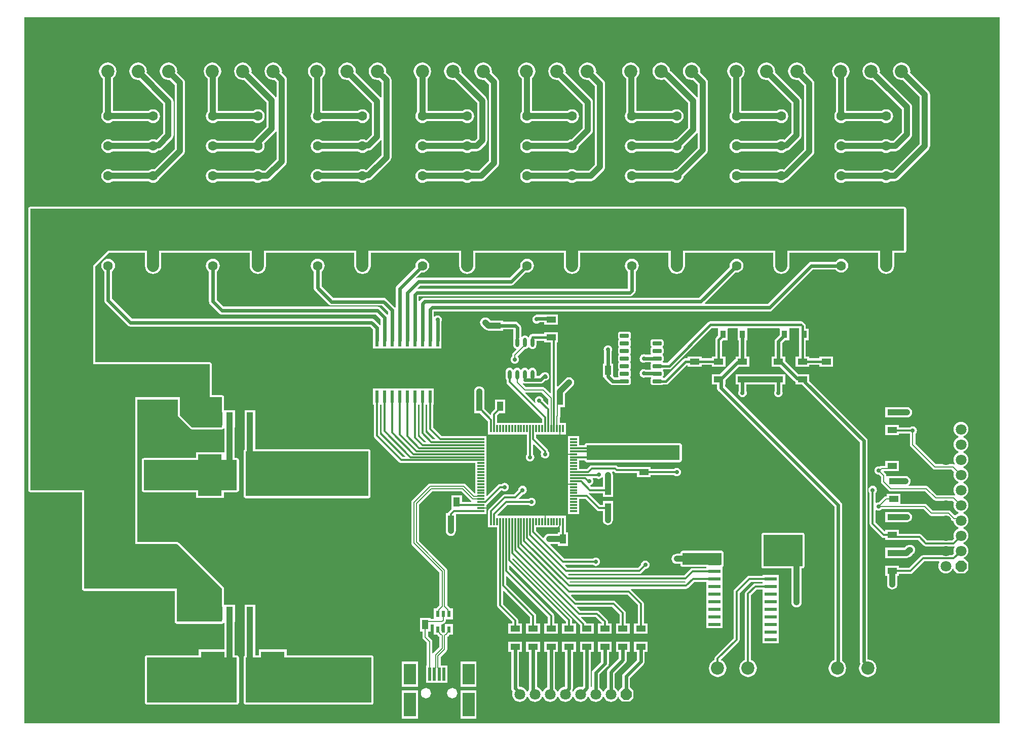
<source format=gbr>
%TF.GenerationSoftware,Altium Limited,Altium Designer,22.4.2 (48)*%
G04 Layer_Physical_Order=1*
G04 Layer_Color=255*
%FSLAX45Y45*%
%MOMM*%
%TF.SameCoordinates,D9E3D5A9-656C-4745-A5A9-85A6BD0C2532*%
%TF.FilePolarity,Positive*%
%TF.FileFunction,Copper,L1,Top,Signal*%
%TF.Part,Single*%
G01*
G75*
%TA.AperFunction,SMDPad,CuDef*%
G04:AMPARAMS|DCode=10|XSize=1.55mm|YSize=0.6mm|CornerRadius=0.3mm|HoleSize=0mm|Usage=FLASHONLY|Rotation=270.000|XOffset=0mm|YOffset=0mm|HoleType=Round|Shape=RoundedRectangle|*
%AMROUNDEDRECTD10*
21,1,1.55000,0.00000,0,0,270.0*
21,1,0.95000,0.60000,0,0,270.0*
1,1,0.60000,0.00000,-0.47500*
1,1,0.60000,0.00000,0.47500*
1,1,0.60000,0.00000,0.47500*
1,1,0.60000,0.00000,-0.47500*
%
%ADD10ROUNDEDRECTD10*%
%ADD11R,1.60000X1.00000*%
%ADD12R,4.00000X7.00000*%
%ADD13R,1.00000X1.60000*%
%ADD14R,1.25000X1.00000*%
%ADD15R,3.30000X2.40000*%
G04:AMPARAMS|DCode=16|XSize=0.6mm|YSize=1.45mm|CornerRadius=0.051mm|HoleSize=0mm|Usage=FLASHONLY|Rotation=270.000|XOffset=0mm|YOffset=0mm|HoleType=Round|Shape=RoundedRectangle|*
%AMROUNDEDRECTD16*
21,1,0.60000,1.34800,0,0,270.0*
21,1,0.49800,1.45000,0,0,270.0*
1,1,0.10200,-0.67400,-0.24900*
1,1,0.10200,-0.67400,0.24900*
1,1,0.10200,0.67400,0.24900*
1,1,0.10200,0.67400,-0.24900*
%
%ADD16ROUNDEDRECTD16*%
%ADD17R,1.20000X0.30000*%
%ADD18R,0.30000X1.20000*%
%ADD19R,0.91000X1.22000*%
%ADD20R,0.60000X2.00000*%
%ADD21R,2.00000X0.60000*%
%ADD22C,6.29100*%
%ADD23R,1.07000X2.16000*%
%ADD24R,0.60000X1.10000*%
%TA.AperFunction,ConnectorPad*%
%ADD25R,2.00000X4.00000*%
%ADD26R,2.00000X3.50000*%
%ADD27R,0.50000X2.20000*%
%TA.AperFunction,Conductor*%
%ADD28C,0.20000*%
%ADD29C,0.30000*%
%ADD30C,1.00000*%
%ADD31C,0.60000*%
%ADD32C,0.40000*%
%ADD33C,2.00000*%
%TA.AperFunction,ComponentPad*%
%ADD34C,1.80000*%
G04:AMPARAMS|DCode=35|XSize=1.8mm|YSize=1.8mm|CornerRadius=0mm|HoleSize=0mm|Usage=FLASHONLY|Rotation=90.000|XOffset=0mm|YOffset=0mm|HoleType=Round|Shape=Octagon|*
%AMOCTAGOND35*
4,1,8,0.45000,0.90000,-0.45000,0.90000,-0.90000,0.45000,-0.90000,-0.45000,-0.45000,-0.90000,0.45000,-0.90000,0.90000,-0.45000,0.90000,0.45000,0.45000,0.90000,0.0*
%
%ADD35OCTAGOND35*%

%ADD36C,2.20000*%
G04:AMPARAMS|DCode=37|XSize=1.8mm|YSize=1.8mm|CornerRadius=0mm|HoleSize=0mm|Usage=FLASHONLY|Rotation=180.000|XOffset=0mm|YOffset=0mm|HoleType=Round|Shape=Octagon|*
%AMOCTAGOND37*
4,1,8,-0.90000,0.45000,-0.90000,-0.45000,-0.45000,-0.90000,0.45000,-0.90000,0.90000,-0.45000,0.90000,0.45000,0.45000,0.90000,-0.45000,0.90000,-0.90000,0.45000,0.0*
%
%ADD37OCTAGOND37*%

%ADD38C,1.60000*%
%TA.AperFunction,ViaPad*%
%ADD39C,7.00000*%
%ADD40C,0.70000*%
G36*
X16400000Y100000D02*
X100000D01*
Y11900000D01*
X16400000D01*
Y100000D01*
D02*
G37*
%LPC*%
G36*
X4258000Y11146251D02*
X4220147Y11141268D01*
X4184874Y11126657D01*
X4154585Y11103415D01*
X4131343Y11073126D01*
X4116732Y11037853D01*
X4111749Y11000000D01*
X4116732Y10962147D01*
X4131343Y10926875D01*
X4154585Y10896585D01*
X4184874Y10873343D01*
X4220147Y10858732D01*
X4258000Y10853749D01*
X4280097Y10856658D01*
X4314267Y10822488D01*
Y10571429D01*
X4301567Y10567118D01*
X4293123Y10578123D01*
X3893342Y10977903D01*
X3896251Y11000000D01*
X3891268Y11037853D01*
X3876657Y11073126D01*
X3853415Y11103415D01*
X3823125Y11126657D01*
X3787852Y11141268D01*
X3750000Y11146251D01*
X3712147Y11141268D01*
X3676874Y11126657D01*
X3646585Y11103415D01*
X3623343Y11073126D01*
X3608732Y11037853D01*
X3603749Y11000000D01*
X3608732Y10962147D01*
X3623343Y10926875D01*
X3646585Y10896585D01*
X3676874Y10873343D01*
X3712147Y10858732D01*
X3750000Y10853749D01*
X3772097Y10856658D01*
X4146767Y10481988D01*
Y10078012D01*
X3950857Y9882103D01*
X3937233Y9864347D01*
X3928668Y9843670D01*
X3928163Y9839832D01*
X3922822Y9835733D01*
X3327178D01*
X3307996Y9850452D01*
X3280021Y9862040D01*
X3250000Y9865992D01*
X3219979Y9862040D01*
X3192004Y9850452D01*
X3167981Y9832019D01*
X3149548Y9807996D01*
X3137960Y9780021D01*
X3134008Y9750000D01*
X3137960Y9719979D01*
X3149548Y9692004D01*
X3167981Y9667981D01*
X3192004Y9649548D01*
X3219979Y9637960D01*
X3250000Y9634008D01*
X3280021Y9637960D01*
X3307996Y9649548D01*
X3327178Y9664267D01*
X3922822D01*
X3942004Y9649548D01*
X3969979Y9637960D01*
X4000000Y9634008D01*
X4030021Y9637960D01*
X4057996Y9649548D01*
X4082019Y9667981D01*
X4100452Y9692004D01*
X4112040Y9719979D01*
X4115992Y9750000D01*
X4112040Y9780021D01*
X4105955Y9794710D01*
X4293123Y9981877D01*
X4301567Y9992882D01*
X4314267Y9988571D01*
Y9528012D01*
X4121988Y9335733D01*
X4077178D01*
X4057996Y9350452D01*
X4030021Y9362040D01*
X4000000Y9365992D01*
X3969979Y9362040D01*
X3942004Y9350452D01*
X3922822Y9335733D01*
X3327178D01*
X3307996Y9350452D01*
X3280021Y9362040D01*
X3250000Y9365992D01*
X3219979Y9362040D01*
X3192004Y9350452D01*
X3167981Y9332019D01*
X3149548Y9307996D01*
X3137960Y9280021D01*
X3134008Y9250000D01*
X3137960Y9219979D01*
X3149548Y9192004D01*
X3167981Y9167981D01*
X3192004Y9149548D01*
X3219979Y9137960D01*
X3250000Y9134008D01*
X3280021Y9137960D01*
X3307996Y9149548D01*
X3327178Y9164267D01*
X3922822D01*
X3942004Y9149548D01*
X3969979Y9137960D01*
X4000000Y9134008D01*
X4030021Y9137960D01*
X4057996Y9149548D01*
X4077178Y9164267D01*
X4157500D01*
X4179690Y9167188D01*
X4200367Y9175753D01*
X4218123Y9189377D01*
X4460623Y9431877D01*
X4474248Y9449633D01*
X4482812Y9470310D01*
X4485733Y9492500D01*
Y10858000D01*
X4482812Y10880189D01*
X4474248Y10900866D01*
X4460623Y10918623D01*
X4401342Y10977903D01*
X4404251Y11000000D01*
X4399268Y11037853D01*
X4384657Y11073126D01*
X4361415Y11103415D01*
X4331125Y11126657D01*
X4295852Y11141268D01*
X4258000Y11146251D01*
D02*
G37*
G36*
X11249999D02*
X11212147Y11141268D01*
X11176874Y11126657D01*
X11146584Y11103415D01*
X11123342Y11073126D01*
X11108732Y11037853D01*
X11103748Y11000000D01*
X11108732Y10962147D01*
X11123342Y10926875D01*
X11146584Y10896585D01*
X11176874Y10873343D01*
X11212147Y10858732D01*
X11249999Y10853749D01*
X11272096Y10856658D01*
X11351767Y10776987D01*
Y10570446D01*
X11339067Y10566135D01*
X11335623Y10570623D01*
X10905623Y11000623D01*
X10887867Y11014247D01*
X10886289Y11014901D01*
X10883267Y11037853D01*
X10868656Y11073126D01*
X10845414Y11103415D01*
X10815125Y11126657D01*
X10779852Y11141268D01*
X10741999Y11146251D01*
X10704147Y11141268D01*
X10668874Y11126657D01*
X10638584Y11103415D01*
X10615342Y11073126D01*
X10600732Y11037853D01*
X10595748Y11000000D01*
X10600732Y10962147D01*
X10615342Y10926875D01*
X10638584Y10896585D01*
X10668874Y10873343D01*
X10704147Y10858732D01*
X10741999Y10853749D01*
X10779852Y10858732D01*
X10794202Y10864677D01*
X10802526Y10861229D01*
X11189267Y10474488D01*
Y10060512D01*
X10993950Y9865196D01*
X10969979Y9862040D01*
X10942004Y9850452D01*
X10922822Y9835733D01*
X10327178D01*
X10307996Y9850452D01*
X10280021Y9862040D01*
X10250000Y9865992D01*
X10219979Y9862040D01*
X10192004Y9850452D01*
X10167981Y9832019D01*
X10149548Y9807996D01*
X10137960Y9780021D01*
X10134008Y9750000D01*
X10137960Y9719979D01*
X10149548Y9692004D01*
X10167981Y9667981D01*
X10192004Y9649548D01*
X10219979Y9637960D01*
X10250000Y9634008D01*
X10280021Y9637960D01*
X10307996Y9649548D01*
X10327178Y9664267D01*
X10922822D01*
X10942004Y9649548D01*
X10969979Y9637960D01*
X11000000Y9634008D01*
X11030021Y9637960D01*
X11057996Y9649548D01*
X11082019Y9667981D01*
X11100452Y9692004D01*
X11112040Y9719979D01*
X11115196Y9743950D01*
X11335623Y9964377D01*
X11339067Y9968866D01*
X11351767Y9964554D01*
Y9723012D01*
X10993950Y9365196D01*
X10969979Y9362040D01*
X10942004Y9350452D01*
X10922822Y9335733D01*
X10327178D01*
X10307996Y9350452D01*
X10280021Y9362040D01*
X10250000Y9365992D01*
X10219979Y9362040D01*
X10192004Y9350452D01*
X10167981Y9332019D01*
X10149548Y9307996D01*
X10137960Y9280021D01*
X10134008Y9250000D01*
X10137960Y9219979D01*
X10149548Y9192004D01*
X10167981Y9167981D01*
X10192004Y9149548D01*
X10219979Y9137960D01*
X10250000Y9134008D01*
X10280021Y9137960D01*
X10307996Y9149548D01*
X10327178Y9164267D01*
X10922822D01*
X10942004Y9149548D01*
X10969979Y9137960D01*
X11000000Y9134008D01*
X11030021Y9137960D01*
X11057996Y9149548D01*
X11082019Y9167981D01*
X11100452Y9192004D01*
X11112040Y9219979D01*
X11115196Y9243950D01*
X11498123Y9626877D01*
X11511747Y9644633D01*
X11520312Y9665311D01*
X11523233Y9687500D01*
Y10812499D01*
X11520312Y10834689D01*
X11511747Y10855366D01*
X11498123Y10873122D01*
X11393341Y10977903D01*
X11396251Y11000000D01*
X11391267Y11037853D01*
X11376656Y11073126D01*
X11353414Y11103415D01*
X11323125Y11126657D01*
X11287852Y11141268D01*
X11249999Y11146251D01*
D02*
G37*
G36*
X5999999D02*
X5962147Y11141268D01*
X5926874Y11126657D01*
X5896584Y11103415D01*
X5873342Y11073126D01*
X5858732Y11037853D01*
X5853748Y11000000D01*
X5858732Y10962147D01*
X5873342Y10926875D01*
X5896584Y10896585D01*
X5926874Y10873343D01*
X5962147Y10858732D01*
X5999999Y10853749D01*
X6022096Y10856658D01*
X6064267Y10814488D01*
Y10563905D01*
X6064112Y10563853D01*
X6051567Y10561678D01*
X5635342Y10977903D01*
X5638251Y11000000D01*
X5633267Y11037853D01*
X5618657Y11073126D01*
X5595415Y11103415D01*
X5565125Y11126657D01*
X5529852Y11141268D01*
X5491999Y11146251D01*
X5454147Y11141268D01*
X5418874Y11126657D01*
X5388584Y11103415D01*
X5365342Y11073126D01*
X5350732Y11037853D01*
X5345748Y11000000D01*
X5350732Y10962147D01*
X5365342Y10926875D01*
X5388584Y10896585D01*
X5418874Y10873343D01*
X5454147Y10858732D01*
X5491999Y10853749D01*
X5514096Y10856658D01*
X5906767Y10463987D01*
Y9943012D01*
X5811510Y9847756D01*
X5807996Y9850452D01*
X5780021Y9862040D01*
X5750000Y9865992D01*
X5719979Y9862040D01*
X5692004Y9850452D01*
X5672822Y9835733D01*
X5077178D01*
X5057996Y9850452D01*
X5030021Y9862040D01*
X5000000Y9865992D01*
X4969979Y9862040D01*
X4942004Y9850452D01*
X4917981Y9832019D01*
X4899548Y9807996D01*
X4887960Y9780021D01*
X4884008Y9750000D01*
X4887960Y9719979D01*
X4899548Y9692004D01*
X4917981Y9667981D01*
X4942004Y9649548D01*
X4969979Y9637960D01*
X5000000Y9634008D01*
X5030021Y9637960D01*
X5057996Y9649548D01*
X5077178Y9664267D01*
X5672822D01*
X5692004Y9649548D01*
X5719979Y9637960D01*
X5750000Y9634008D01*
X5780021Y9637960D01*
X5807996Y9649548D01*
X5832019Y9667981D01*
X5837978Y9675747D01*
X5846480D01*
X5868670Y9678668D01*
X5889347Y9687233D01*
X5907103Y9700858D01*
X6051567Y9845321D01*
X6064112Y9843147D01*
X6064267Y9843094D01*
Y9598012D01*
X5813468Y9347214D01*
X5812216D01*
X5807996Y9350452D01*
X5780021Y9362040D01*
X5750000Y9365992D01*
X5719979Y9362040D01*
X5692004Y9350452D01*
X5672822Y9335733D01*
X5077178D01*
X5057996Y9350452D01*
X5030021Y9362040D01*
X5000000Y9365992D01*
X4969979Y9362040D01*
X4942004Y9350452D01*
X4917981Y9332019D01*
X4899548Y9307996D01*
X4887960Y9280021D01*
X4884008Y9250000D01*
X4887960Y9219979D01*
X4899548Y9192004D01*
X4917981Y9167981D01*
X4942004Y9149548D01*
X4969979Y9137960D01*
X5000000Y9134008D01*
X5030021Y9137960D01*
X5057996Y9149548D01*
X5077178Y9164267D01*
X5672822D01*
X5692004Y9149548D01*
X5719979Y9137960D01*
X5750000Y9134008D01*
X5780021Y9137960D01*
X5807996Y9149548D01*
X5832019Y9167981D01*
X5837978Y9175747D01*
X5848980D01*
X5871170Y9178668D01*
X5891847Y9187233D01*
X5909603Y9200858D01*
X6210623Y9501877D01*
X6224247Y9519633D01*
X6232812Y9540310D01*
X6235733Y9562500D01*
Y10850000D01*
X6232812Y10872189D01*
X6224247Y10892866D01*
X6210623Y10910622D01*
X6143342Y10977903D01*
X6146251Y11000000D01*
X6141267Y11037853D01*
X6126657Y11073126D01*
X6103415Y11103415D01*
X6073125Y11126657D01*
X6037852Y11141268D01*
X5999999Y11146251D01*
D02*
G37*
G36*
X13742000D02*
X13704147Y11141268D01*
X13668874Y11126657D01*
X13638585Y11103415D01*
X13615343Y11073126D01*
X13600732Y11037853D01*
X13595749Y11000000D01*
X13600732Y10962147D01*
X13615343Y10926875D01*
X13638585Y10896585D01*
X13660268Y10879948D01*
Y10321965D01*
X13649548Y10307996D01*
X13637959Y10280021D01*
X13634007Y10250000D01*
X13637959Y10219979D01*
X13649548Y10192004D01*
X13667981Y10167981D01*
X13692004Y10149548D01*
X13719978Y10137960D01*
X13750000Y10134008D01*
X13780022Y10137960D01*
X13807996Y10149548D01*
X13827177Y10164267D01*
X14422823D01*
X14442004Y10149548D01*
X14469978Y10137960D01*
X14500000Y10134008D01*
X14530022Y10137960D01*
X14557996Y10149548D01*
X14582019Y10167981D01*
X14600452Y10192004D01*
X14612041Y10219979D01*
X14615993Y10250000D01*
X14612041Y10280021D01*
X14600452Y10307996D01*
X14582019Y10332019D01*
X14557996Y10350452D01*
X14530022Y10362040D01*
X14500000Y10365992D01*
X14469978Y10362040D01*
X14442004Y10350452D01*
X14422823Y10335733D01*
X13831734D01*
Y10886087D01*
X13845415Y10896585D01*
X13868657Y10926875D01*
X13883269Y10962147D01*
X13888251Y11000000D01*
X13883269Y11037853D01*
X13868657Y11073126D01*
X13845415Y11103415D01*
X13815126Y11126657D01*
X13779852Y11141268D01*
X13742000Y11146251D01*
D02*
G37*
G36*
X11991999D02*
X11954147Y11141268D01*
X11918874Y11126657D01*
X11888584Y11103415D01*
X11865342Y11073126D01*
X11850732Y11037853D01*
X11845748Y11000000D01*
X11850732Y10962147D01*
X11865342Y10926875D01*
X11888584Y10896585D01*
X11910266Y10879948D01*
Y10321965D01*
X11899548Y10307996D01*
X11887960Y10280021D01*
X11884008Y10250000D01*
X11887960Y10219979D01*
X11899548Y10192004D01*
X11917981Y10167981D01*
X11942004Y10149548D01*
X11969979Y10137960D01*
X12000000Y10134008D01*
X12030021Y10137960D01*
X12057996Y10149548D01*
X12077178Y10164267D01*
X12672822D01*
X12692004Y10149548D01*
X12719979Y10137960D01*
X12750000Y10134008D01*
X12780021Y10137960D01*
X12807996Y10149548D01*
X12832019Y10167981D01*
X12850452Y10192004D01*
X12862041Y10219979D01*
X12865993Y10250000D01*
X12862041Y10280021D01*
X12850452Y10307996D01*
X12832019Y10332019D01*
X12807996Y10350452D01*
X12780021Y10362040D01*
X12750000Y10365992D01*
X12719979Y10362040D01*
X12692004Y10350452D01*
X12672822Y10335733D01*
X12081733D01*
Y10886087D01*
X12095414Y10896585D01*
X12118656Y10926875D01*
X12133267Y10962147D01*
X12138251Y11000000D01*
X12133267Y11037853D01*
X12118656Y11073126D01*
X12095414Y11103415D01*
X12065125Y11126657D01*
X12029852Y11141268D01*
X11991999Y11146251D01*
D02*
G37*
G36*
X10233999D02*
X10196147Y11141268D01*
X10160874Y11126657D01*
X10130584Y11103415D01*
X10107342Y11073126D01*
X10092732Y11037853D01*
X10087748Y11000000D01*
X10092732Y10962147D01*
X10107342Y10926875D01*
X10130584Y10896585D01*
X10156266Y10876878D01*
Y10316752D01*
X10149548Y10307996D01*
X10137960Y10280021D01*
X10134008Y10250000D01*
X10137960Y10219979D01*
X10149548Y10192004D01*
X10167981Y10167981D01*
X10192004Y10149548D01*
X10219979Y10137960D01*
X10250000Y10134008D01*
X10280021Y10137960D01*
X10307996Y10149548D01*
X10327178Y10164267D01*
X10922822D01*
X10942004Y10149548D01*
X10969979Y10137960D01*
X11000000Y10134008D01*
X11030021Y10137960D01*
X11057996Y10149548D01*
X11082019Y10167981D01*
X11100452Y10192004D01*
X11112040Y10219979D01*
X11115992Y10250000D01*
X11112040Y10280021D01*
X11100452Y10307996D01*
X11082019Y10332019D01*
X11057996Y10350452D01*
X11030021Y10362040D01*
X11000000Y10365992D01*
X10969979Y10362040D01*
X10942004Y10350452D01*
X10922822Y10335733D01*
X10327733D01*
Y10889156D01*
X10337414Y10896585D01*
X10360656Y10926875D01*
X10375267Y10962147D01*
X10380251Y11000000D01*
X10375267Y11037853D01*
X10360656Y11073126D01*
X10337414Y11103415D01*
X10307125Y11126657D01*
X10271852Y11141268D01*
X10233999Y11146251D01*
D02*
G37*
G36*
X8491999D02*
X8454147Y11141268D01*
X8418874Y11126657D01*
X8388584Y11103415D01*
X8365342Y11073126D01*
X8350732Y11037853D01*
X8345748Y11000000D01*
X8350732Y10962147D01*
X8365342Y10926875D01*
X8388584Y10896585D01*
X8410266Y10879948D01*
Y10321965D01*
X8399548Y10307996D01*
X8387960Y10280021D01*
X8384008Y10250000D01*
X8387960Y10219979D01*
X8399548Y10192004D01*
X8417981Y10167981D01*
X8442004Y10149548D01*
X8469979Y10137960D01*
X8500000Y10134008D01*
X8530021Y10137960D01*
X8557996Y10149548D01*
X8577178Y10164267D01*
X9172822D01*
X9192004Y10149548D01*
X9219979Y10137960D01*
X9250000Y10134008D01*
X9280021Y10137960D01*
X9307996Y10149548D01*
X9332019Y10167981D01*
X9350452Y10192004D01*
X9362040Y10219979D01*
X9365992Y10250000D01*
X9362040Y10280021D01*
X9350452Y10307996D01*
X9332019Y10332019D01*
X9307996Y10350452D01*
X9280021Y10362040D01*
X9250000Y10365992D01*
X9219979Y10362040D01*
X9192004Y10350452D01*
X9172822Y10335733D01*
X8581733D01*
Y10886087D01*
X8595414Y10896585D01*
X8618656Y10926875D01*
X8633267Y10962147D01*
X8638250Y11000000D01*
X8633267Y11037853D01*
X8618656Y11073126D01*
X8595414Y11103415D01*
X8565125Y11126657D01*
X8529852Y11141268D01*
X8491999Y11146251D01*
D02*
G37*
G36*
X6749999D02*
X6712147Y11141268D01*
X6676874Y11126657D01*
X6646584Y11103415D01*
X6623342Y11073126D01*
X6608732Y11037853D01*
X6603748Y11000000D01*
X6608732Y10962147D01*
X6623342Y10926875D01*
X6646584Y10896585D01*
X6664266Y10883017D01*
Y10327178D01*
X6649548Y10307996D01*
X6637960Y10280021D01*
X6634008Y10250000D01*
X6637960Y10219979D01*
X6649548Y10192004D01*
X6667981Y10167981D01*
X6692004Y10149548D01*
X6719979Y10137960D01*
X6750000Y10134008D01*
X6780021Y10137960D01*
X6807996Y10149548D01*
X6827178Y10164267D01*
X7422822D01*
X7442004Y10149548D01*
X7469979Y10137960D01*
X7500000Y10134008D01*
X7530021Y10137960D01*
X7557996Y10149548D01*
X7582019Y10167981D01*
X7600452Y10192004D01*
X7612040Y10219979D01*
X7615992Y10250000D01*
X7612040Y10280021D01*
X7600452Y10307996D01*
X7582019Y10332019D01*
X7557996Y10350452D01*
X7530021Y10362040D01*
X7500000Y10365992D01*
X7469979Y10362040D01*
X7442004Y10350452D01*
X7422822Y10335733D01*
X6835733D01*
Y10883018D01*
X6853415Y10896585D01*
X6876657Y10926875D01*
X6891267Y10962147D01*
X6896251Y11000000D01*
X6891267Y11037853D01*
X6876657Y11073126D01*
X6853415Y11103415D01*
X6823125Y11126657D01*
X6787852Y11141268D01*
X6749999Y11146251D01*
D02*
G37*
G36*
X4983999D02*
X4946147Y11141268D01*
X4910874Y11126657D01*
X4880584Y11103415D01*
X4857342Y11073126D01*
X4842732Y11037853D01*
X4837748Y11000000D01*
X4842732Y10962147D01*
X4857342Y10926875D01*
X4880584Y10896585D01*
X4906266Y10876878D01*
Y10316752D01*
X4899548Y10307996D01*
X4887960Y10280021D01*
X4884008Y10250000D01*
X4887960Y10219979D01*
X4899548Y10192004D01*
X4917981Y10167981D01*
X4942004Y10149548D01*
X4969979Y10137960D01*
X5000000Y10134008D01*
X5030021Y10137960D01*
X5057996Y10149548D01*
X5077178Y10164267D01*
X5672822D01*
X5692004Y10149548D01*
X5719979Y10137960D01*
X5750000Y10134008D01*
X5780021Y10137960D01*
X5807996Y10149548D01*
X5832019Y10167981D01*
X5850452Y10192004D01*
X5862040Y10219979D01*
X5865992Y10250000D01*
X5862040Y10280021D01*
X5850452Y10307996D01*
X5832019Y10332019D01*
X5807996Y10350452D01*
X5780021Y10362040D01*
X5750000Y10365992D01*
X5719979Y10362040D01*
X5692004Y10350452D01*
X5672822Y10335733D01*
X5077733D01*
Y10889156D01*
X5087415Y10896585D01*
X5110657Y10926875D01*
X5125267Y10962147D01*
X5130251Y11000000D01*
X5125267Y11037853D01*
X5110657Y11073126D01*
X5087415Y11103415D01*
X5057125Y11126657D01*
X5021852Y11141268D01*
X4983999Y11146251D01*
D02*
G37*
G36*
X3242000D02*
X3204147Y11141268D01*
X3168874Y11126657D01*
X3138585Y11103415D01*
X3115343Y11073126D01*
X3100732Y11037853D01*
X3095749Y11000000D01*
X3100732Y10962147D01*
X3115343Y10926875D01*
X3138585Y10896585D01*
X3160266Y10879948D01*
Y10321965D01*
X3149548Y10307996D01*
X3137960Y10280021D01*
X3134008Y10250000D01*
X3137960Y10219979D01*
X3149548Y10192004D01*
X3167981Y10167981D01*
X3192004Y10149548D01*
X3219979Y10137960D01*
X3250000Y10134008D01*
X3280021Y10137960D01*
X3307996Y10149548D01*
X3327178Y10164267D01*
X3922822D01*
X3942004Y10149548D01*
X3969979Y10137960D01*
X4000000Y10134008D01*
X4030021Y10137960D01*
X4057996Y10149548D01*
X4082019Y10167981D01*
X4100452Y10192004D01*
X4112040Y10219979D01*
X4115992Y10250000D01*
X4112040Y10280021D01*
X4100452Y10307996D01*
X4082019Y10332019D01*
X4057996Y10350452D01*
X4030021Y10362040D01*
X4000000Y10365992D01*
X3969979Y10362040D01*
X3942004Y10350452D01*
X3922822Y10335733D01*
X3331733D01*
Y10886087D01*
X3345415Y10896585D01*
X3368657Y10926875D01*
X3383268Y10962147D01*
X3388251Y11000000D01*
X3383268Y11037853D01*
X3368657Y11073126D01*
X3345415Y11103415D01*
X3315125Y11126657D01*
X3279852Y11141268D01*
X3242000Y11146251D01*
D02*
G37*
G36*
X1492000D02*
X1454147Y11141268D01*
X1418874Y11126657D01*
X1388585Y11103415D01*
X1365343Y11073126D01*
X1350732Y11037853D01*
X1345749Y11000000D01*
X1350732Y10962147D01*
X1365343Y10926875D01*
X1388585Y10896585D01*
X1410267Y10879948D01*
Y10321965D01*
X1399548Y10307996D01*
X1387960Y10280021D01*
X1384008Y10250000D01*
X1387960Y10219979D01*
X1399548Y10192004D01*
X1417981Y10167981D01*
X1442004Y10149548D01*
X1469979Y10137960D01*
X1500000Y10134008D01*
X1530021Y10137960D01*
X1557996Y10149548D01*
X1577178Y10164267D01*
X2172822D01*
X2192004Y10149548D01*
X2219979Y10137960D01*
X2250000Y10134008D01*
X2280021Y10137960D01*
X2307996Y10149548D01*
X2332019Y10167981D01*
X2350452Y10192004D01*
X2362040Y10219979D01*
X2365992Y10250000D01*
X2362040Y10280021D01*
X2350452Y10307996D01*
X2332019Y10332019D01*
X2307996Y10350452D01*
X2280021Y10362040D01*
X2250000Y10365992D01*
X2219979Y10362040D01*
X2192004Y10350452D01*
X2172822Y10335733D01*
X1581733D01*
Y10886087D01*
X1595415Y10896585D01*
X1618657Y10926875D01*
X1633267Y10962147D01*
X1638251Y11000000D01*
X1633267Y11037853D01*
X1618657Y11073126D01*
X1595415Y11103415D01*
X1565125Y11126657D01*
X1529852Y11141268D01*
X1492000Y11146251D01*
D02*
G37*
G36*
X12499999D02*
X12462147Y11141268D01*
X12426874Y11126657D01*
X12396584Y11103415D01*
X12373342Y11073126D01*
X12358732Y11037853D01*
X12353748Y11000000D01*
X12358732Y10962147D01*
X12373342Y10926875D01*
X12396584Y10896585D01*
X12426874Y10873343D01*
X12462147Y10858732D01*
X12499999Y10853749D01*
X12522096Y10856658D01*
X12916766Y10461987D01*
Y9969638D01*
X12800632Y9853503D01*
X12780021Y9862040D01*
X12750000Y9865992D01*
X12719979Y9862040D01*
X12692004Y9850452D01*
X12672822Y9835733D01*
X12077178D01*
X12057996Y9850452D01*
X12030021Y9862040D01*
X12000000Y9865992D01*
X11969979Y9862040D01*
X11942004Y9850452D01*
X11917981Y9832019D01*
X11899548Y9807996D01*
X11887960Y9780021D01*
X11884008Y9750000D01*
X11887960Y9719979D01*
X11899548Y9692004D01*
X11917981Y9667981D01*
X11942004Y9649548D01*
X11969979Y9637960D01*
X12000000Y9634008D01*
X12030021Y9637960D01*
X12057996Y9649548D01*
X12077178Y9664267D01*
X12672822D01*
X12692004Y9649548D01*
X12719979Y9637960D01*
X12750000Y9634008D01*
X12780021Y9637960D01*
X12807996Y9649548D01*
X12832019Y9667981D01*
X12838892Y9676937D01*
X12852043Y9678668D01*
X12872720Y9687233D01*
X12890477Y9700858D01*
X13063123Y9873504D01*
X13076749Y9891260D01*
X13085312Y9911937D01*
X13088232Y9934126D01*
Y10497499D01*
X13085312Y10519689D01*
X13076747Y10540366D01*
X13063123Y10558122D01*
X12643341Y10977903D01*
X12646251Y11000000D01*
X12641267Y11037853D01*
X12626656Y11073126D01*
X12603414Y11103415D01*
X12573125Y11126657D01*
X12537852Y11141268D01*
X12499999Y11146251D01*
D02*
G37*
G36*
X2000000D02*
X1962147Y11141268D01*
X1926874Y11126657D01*
X1896585Y11103415D01*
X1873343Y11073126D01*
X1858732Y11037853D01*
X1853749Y11000000D01*
X1858732Y10962147D01*
X1873343Y10926875D01*
X1896585Y10896585D01*
X1926874Y10873343D01*
X1962147Y10858732D01*
X2000000Y10853749D01*
X2022097Y10856658D01*
X2421767Y10456988D01*
Y9963012D01*
X2308681Y9849927D01*
X2307996Y9850452D01*
X2280021Y9862040D01*
X2250000Y9865992D01*
X2219979Y9862040D01*
X2192004Y9850452D01*
X2172822Y9835733D01*
X1577178D01*
X1557996Y9850452D01*
X1530021Y9862040D01*
X1500000Y9865992D01*
X1469979Y9862040D01*
X1442004Y9850452D01*
X1417981Y9832019D01*
X1399548Y9807996D01*
X1387960Y9780021D01*
X1384008Y9750000D01*
X1387960Y9719979D01*
X1399548Y9692004D01*
X1417981Y9667981D01*
X1442004Y9649548D01*
X1469979Y9637960D01*
X1500000Y9634008D01*
X1530021Y9637960D01*
X1557996Y9649548D01*
X1577178Y9664267D01*
X2172822D01*
X2192004Y9649548D01*
X2219979Y9637960D01*
X2250000Y9634008D01*
X2280021Y9637960D01*
X2307996Y9649548D01*
X2332019Y9667981D01*
X2337978Y9675747D01*
X2341480D01*
X2363670Y9678668D01*
X2384347Y9687233D01*
X2402103Y9700858D01*
X2568123Y9866877D01*
X2581747Y9884634D01*
X2590312Y9905311D01*
X2593233Y9927500D01*
Y10492500D01*
X2590312Y10514689D01*
X2581747Y10535367D01*
X2568123Y10553123D01*
X2143342Y10977903D01*
X2146251Y11000000D01*
X2141267Y11037853D01*
X2126657Y11073126D01*
X2103415Y11103415D01*
X2073125Y11126657D01*
X2037852Y11141268D01*
X2000000Y11146251D01*
D02*
G37*
G36*
X14250000D02*
X14212148Y11141268D01*
X14176874Y11126657D01*
X14146585Y11103415D01*
X14123343Y11073126D01*
X14108733Y11037853D01*
X14103749Y11000000D01*
X14108733Y10962147D01*
X14123343Y10926875D01*
X14146585Y10896585D01*
X14176874Y10873343D01*
X14212148Y10858732D01*
X14250000Y10853749D01*
X14272096Y10856658D01*
X14761768Y10366988D01*
Y9980512D01*
X14616988Y9835733D01*
X14577177D01*
X14557996Y9850452D01*
X14530022Y9862040D01*
X14500000Y9865992D01*
X14469978Y9862040D01*
X14442004Y9850452D01*
X14422823Y9835733D01*
X13827177D01*
X13807996Y9850452D01*
X13780022Y9862040D01*
X13750000Y9865992D01*
X13719978Y9862040D01*
X13692004Y9850452D01*
X13667981Y9832019D01*
X13649548Y9807996D01*
X13637959Y9780021D01*
X13634007Y9750000D01*
X13637959Y9719979D01*
X13649548Y9692004D01*
X13667981Y9667981D01*
X13692004Y9649548D01*
X13719978Y9637960D01*
X13750000Y9634008D01*
X13780022Y9637960D01*
X13807996Y9649548D01*
X13827177Y9664267D01*
X14422823D01*
X14442004Y9649548D01*
X14469978Y9637960D01*
X14500000Y9634008D01*
X14530022Y9637960D01*
X14557996Y9649548D01*
X14577177Y9664267D01*
X14652499D01*
X14674689Y9667188D01*
X14695367Y9675753D01*
X14713123Y9689377D01*
X14908122Y9884377D01*
X14921747Y9902133D01*
X14930312Y9922810D01*
X14933234Y9945000D01*
Y10402500D01*
X14930312Y10424690D01*
X14921747Y10445367D01*
X14908122Y10463123D01*
X14393343Y10977903D01*
X14396251Y11000000D01*
X14391267Y11037853D01*
X14376657Y11073126D01*
X14353415Y11103415D01*
X14323126Y11126657D01*
X14287852Y11141268D01*
X14250000Y11146251D01*
D02*
G37*
G36*
X8999999D02*
X8962147Y11141268D01*
X8926874Y11126657D01*
X8896584Y11103415D01*
X8873342Y11073126D01*
X8858732Y11037853D01*
X8853748Y11000000D01*
X8858732Y10962147D01*
X8873342Y10926875D01*
X8896584Y10896585D01*
X8926874Y10873343D01*
X8962147Y10858732D01*
X8999999Y10853749D01*
X9022096Y10856658D01*
X9429267Y10449487D01*
Y10050512D01*
X9243950Y9865196D01*
X9219979Y9862040D01*
X9192004Y9850452D01*
X9172822Y9835733D01*
X8577178D01*
X8557996Y9850452D01*
X8530021Y9862040D01*
X8500000Y9865992D01*
X8469979Y9862040D01*
X8442004Y9850452D01*
X8417981Y9832019D01*
X8399548Y9807996D01*
X8387960Y9780021D01*
X8384008Y9750000D01*
X8387960Y9719979D01*
X8399548Y9692004D01*
X8417981Y9667981D01*
X8442004Y9649548D01*
X8469979Y9637960D01*
X8500000Y9634008D01*
X8530021Y9637960D01*
X8557996Y9649548D01*
X8577178Y9664267D01*
X9172822D01*
X9192004Y9649548D01*
X9219979Y9637960D01*
X9250000Y9634008D01*
X9280021Y9637960D01*
X9307996Y9649548D01*
X9332019Y9667981D01*
X9350452Y9692004D01*
X9362040Y9719979D01*
X9365196Y9743950D01*
X9575623Y9954377D01*
X9589247Y9972133D01*
X9597812Y9992811D01*
X9600733Y10015000D01*
Y10484999D01*
X9597812Y10507189D01*
X9589248Y10527866D01*
X9575623Y10545622D01*
X9143341Y10977903D01*
X9146250Y11000000D01*
X9141267Y11037853D01*
X9126656Y11073126D01*
X9103414Y11103415D01*
X9073125Y11126657D01*
X9037852Y11141268D01*
X8999999Y11146251D01*
D02*
G37*
G36*
X7257999D02*
X7220147Y11141268D01*
X7184874Y11126657D01*
X7154584Y11103415D01*
X7131342Y11073126D01*
X7116732Y11037853D01*
X7111748Y11000000D01*
X7116732Y10962147D01*
X7131342Y10926875D01*
X7154584Y10896585D01*
X7184874Y10873343D01*
X7220147Y10858732D01*
X7257999Y10853749D01*
X7280096Y10856658D01*
X7664267Y10472488D01*
Y9878012D01*
X7621988Y9835733D01*
X7577178D01*
X7557996Y9850452D01*
X7530021Y9862040D01*
X7500000Y9865992D01*
X7469979Y9862040D01*
X7442004Y9850452D01*
X7422822Y9835733D01*
X6827178D01*
X6807996Y9850452D01*
X6780021Y9862040D01*
X6750000Y9865992D01*
X6719979Y9862040D01*
X6692004Y9850452D01*
X6667981Y9832019D01*
X6649548Y9807996D01*
X6637960Y9780021D01*
X6634008Y9750000D01*
X6637960Y9719979D01*
X6649548Y9692004D01*
X6667981Y9667981D01*
X6692004Y9649548D01*
X6719979Y9637960D01*
X6750000Y9634008D01*
X6780021Y9637960D01*
X6807996Y9649548D01*
X6827178Y9664267D01*
X7422822D01*
X7442004Y9649548D01*
X7469979Y9637960D01*
X7500000Y9634008D01*
X7530021Y9637960D01*
X7557996Y9649548D01*
X7577178Y9664267D01*
X7657500D01*
X7679689Y9667188D01*
X7700367Y9675753D01*
X7718123Y9689377D01*
X7810623Y9781877D01*
X7824247Y9799633D01*
X7832812Y9820311D01*
X7835733Y9842500D01*
Y10508000D01*
X7832812Y10530189D01*
X7824247Y10550866D01*
X7810623Y10568622D01*
X7401342Y10977903D01*
X7404251Y11000000D01*
X7399267Y11037853D01*
X7384657Y11073126D01*
X7361415Y11103415D01*
X7331125Y11126657D01*
X7295852Y11141268D01*
X7257999Y11146251D01*
D02*
G37*
G36*
X2508000D02*
X2470147Y11141268D01*
X2434874Y11126657D01*
X2404585Y11103415D01*
X2381343Y11073126D01*
X2366732Y11037853D01*
X2361749Y11000000D01*
X2366732Y10962147D01*
X2381343Y10926875D01*
X2404585Y10896585D01*
X2434874Y10873343D01*
X2470147Y10858732D01*
X2508000Y10853749D01*
X2530097Y10856658D01*
X2614267Y10772488D01*
Y9705512D01*
X2271868Y9363113D01*
X2250000Y9365992D01*
X2219979Y9362040D01*
X2192004Y9350452D01*
X2172822Y9335733D01*
X1577178D01*
X1557996Y9350452D01*
X1530021Y9362040D01*
X1500000Y9365992D01*
X1469979Y9362040D01*
X1442004Y9350452D01*
X1417981Y9332019D01*
X1399548Y9307996D01*
X1387960Y9280021D01*
X1384008Y9250000D01*
X1387960Y9219979D01*
X1399548Y9192004D01*
X1417981Y9167981D01*
X1442004Y9149548D01*
X1469979Y9137960D01*
X1500000Y9134008D01*
X1530021Y9137960D01*
X1557996Y9149548D01*
X1577178Y9164267D01*
X2172822D01*
X2192004Y9149548D01*
X2219979Y9137960D01*
X2250000Y9134008D01*
X2280021Y9137960D01*
X2307996Y9149548D01*
X2332019Y9167981D01*
X2350452Y9192004D01*
X2357675Y9209442D01*
X2370623Y9219377D01*
X2760623Y9609377D01*
X2774247Y9627133D01*
X2782812Y9647810D01*
X2785733Y9670000D01*
Y10807998D01*
X2785734Y10808000D01*
X2782812Y10830189D01*
X2774247Y10850867D01*
X2760623Y10868623D01*
X2651342Y10977903D01*
X2654251Y11000000D01*
X2649267Y11037853D01*
X2634657Y11073126D01*
X2611415Y11103415D01*
X2581125Y11126657D01*
X2545852Y11141268D01*
X2508000Y11146251D01*
D02*
G37*
G36*
X13007999D02*
X12970148Y11141268D01*
X12934874Y11126657D01*
X12904584Y11103415D01*
X12881342Y11073126D01*
X12866731Y11037853D01*
X12861748Y11000000D01*
X12866731Y10962147D01*
X12881342Y10926875D01*
X12904584Y10896585D01*
X12934874Y10873343D01*
X12970148Y10858732D01*
X13007999Y10853749D01*
X13030096Y10856658D01*
X13126767Y10759987D01*
Y9693012D01*
X12791175Y9357420D01*
X12780021Y9362040D01*
X12750000Y9365992D01*
X12719979Y9362040D01*
X12692004Y9350452D01*
X12672822Y9335733D01*
X12077178D01*
X12057996Y9350452D01*
X12030021Y9362040D01*
X12000000Y9365992D01*
X11969979Y9362040D01*
X11942004Y9350452D01*
X11917981Y9332019D01*
X11899548Y9307996D01*
X11887960Y9280021D01*
X11884008Y9250000D01*
X11887960Y9219979D01*
X11899548Y9192004D01*
X11917981Y9167981D01*
X11942004Y9149548D01*
X11969979Y9137960D01*
X12000000Y9134008D01*
X12030021Y9137960D01*
X12057996Y9149548D01*
X12077178Y9164267D01*
X12672822D01*
X12692004Y9149548D01*
X12719979Y9137960D01*
X12750000Y9134008D01*
X12780021Y9137960D01*
X12807996Y9149548D01*
X12832019Y9167981D01*
X12840941Y9179609D01*
X12859348Y9187233D01*
X12877103Y9200858D01*
X13273123Y9596877D01*
X13286748Y9614633D01*
X13295312Y9635311D01*
X13298233Y9657500D01*
Y10795499D01*
X13295312Y10817689D01*
X13286748Y10838366D01*
X13273123Y10856122D01*
X13151341Y10977903D01*
X13154251Y11000000D01*
X13149268Y11037853D01*
X13134656Y11073126D01*
X13111414Y11103415D01*
X13081125Y11126657D01*
X13045853Y11141268D01*
X13007999Y11146251D01*
D02*
G37*
G36*
X14758000D02*
X14720148Y11141268D01*
X14684874Y11126657D01*
X14654585Y11103415D01*
X14631343Y11073126D01*
X14616731Y11037853D01*
X14611749Y11000000D01*
X14616731Y10962147D01*
X14631343Y10926875D01*
X14654585Y10896585D01*
X14684874Y10873343D01*
X14720148Y10858732D01*
X14758000Y10853749D01*
X14780096Y10856658D01*
X15061768Y10574988D01*
Y9790512D01*
X14606989Y9335733D01*
X14577177D01*
X14557996Y9350452D01*
X14530022Y9362040D01*
X14500000Y9365992D01*
X14469978Y9362040D01*
X14442004Y9350452D01*
X14422823Y9335733D01*
X13827177D01*
X13807996Y9350452D01*
X13780022Y9362040D01*
X13750000Y9365992D01*
X13719978Y9362040D01*
X13692004Y9350452D01*
X13667981Y9332019D01*
X13649548Y9307996D01*
X13637959Y9280021D01*
X13634007Y9250000D01*
X13637959Y9219979D01*
X13649548Y9192004D01*
X13667981Y9167981D01*
X13692004Y9149548D01*
X13719978Y9137960D01*
X13750000Y9134008D01*
X13780022Y9137960D01*
X13807996Y9149548D01*
X13827177Y9164267D01*
X14422823D01*
X14442004Y9149548D01*
X14469978Y9137960D01*
X14500000Y9134008D01*
X14530022Y9137960D01*
X14557996Y9149548D01*
X14577177Y9164267D01*
X14642500D01*
X14664690Y9167188D01*
X14685367Y9175753D01*
X14703123Y9189377D01*
X15208122Y9694377D01*
X15221747Y9712133D01*
X15230312Y9732811D01*
X15233234Y9755000D01*
Y10610500D01*
X15230312Y10632689D01*
X15221747Y10653367D01*
X15208122Y10671123D01*
X14901341Y10977903D01*
X14904251Y11000000D01*
X14899268Y11037853D01*
X14884657Y11073126D01*
X14861415Y11103415D01*
X14831126Y11126657D01*
X14795853Y11141268D01*
X14758000Y11146251D01*
D02*
G37*
G36*
X9507999D02*
X9470147Y11141268D01*
X9434874Y11126657D01*
X9404584Y11103415D01*
X9381342Y11073126D01*
X9366732Y11037853D01*
X9361748Y11000000D01*
X9366732Y10962147D01*
X9381342Y10926875D01*
X9404584Y10896585D01*
X9434874Y10873343D01*
X9470147Y10858732D01*
X9507999Y10853749D01*
X9530096Y10856658D01*
X9634267Y10752487D01*
Y9440512D01*
X9529488Y9335733D01*
X9327178D01*
X9307996Y9350452D01*
X9280021Y9362040D01*
X9250000Y9365992D01*
X9219979Y9362040D01*
X9192004Y9350452D01*
X9172822Y9335733D01*
X8577178D01*
X8557996Y9350452D01*
X8530021Y9362040D01*
X8500000Y9365992D01*
X8469979Y9362040D01*
X8442004Y9350452D01*
X8417981Y9332019D01*
X8399548Y9307996D01*
X8387960Y9280021D01*
X8384008Y9250000D01*
X8387960Y9219979D01*
X8399548Y9192004D01*
X8417981Y9167981D01*
X8442004Y9149548D01*
X8469979Y9137960D01*
X8500000Y9134008D01*
X8530021Y9137960D01*
X8557996Y9149548D01*
X8577178Y9164267D01*
X9172822D01*
X9192004Y9149548D01*
X9219979Y9137960D01*
X9250000Y9134008D01*
X9280021Y9137960D01*
X9307996Y9149548D01*
X9327178Y9164267D01*
X9565000D01*
X9587190Y9167188D01*
X9607867Y9175753D01*
X9625623Y9189377D01*
X9780623Y9344377D01*
X9794247Y9362133D01*
X9802812Y9382811D01*
X9805733Y9405000D01*
Y10787999D01*
X9802812Y10810189D01*
X9794247Y10830866D01*
X9780623Y10848622D01*
X9651341Y10977903D01*
X9654250Y11000000D01*
X9649267Y11037853D01*
X9634656Y11073126D01*
X9611414Y11103415D01*
X9581125Y11126657D01*
X9545852Y11141268D01*
X9507999Y11146251D01*
D02*
G37*
G36*
X7765999D02*
X7728147Y11141268D01*
X7692874Y11126657D01*
X7662584Y11103415D01*
X7639342Y11073126D01*
X7624732Y11037853D01*
X7619748Y11000000D01*
X7624732Y10962147D01*
X7639342Y10926875D01*
X7662584Y10896585D01*
X7692874Y10873343D01*
X7728147Y10858732D01*
X7765999Y10853749D01*
X7788096Y10856658D01*
X7864267Y10780487D01*
Y9503012D01*
X7696988Y9335733D01*
X7577178D01*
X7557996Y9350452D01*
X7530021Y9362040D01*
X7500000Y9365992D01*
X7469979Y9362040D01*
X7442004Y9350452D01*
X7422822Y9335733D01*
X6827178D01*
X6807996Y9350452D01*
X6780021Y9362040D01*
X6750000Y9365992D01*
X6719979Y9362040D01*
X6692004Y9350452D01*
X6667981Y9332019D01*
X6649548Y9307996D01*
X6637960Y9280021D01*
X6634008Y9250000D01*
X6637960Y9219979D01*
X6649548Y9192004D01*
X6667981Y9167981D01*
X6692004Y9149548D01*
X6719979Y9137960D01*
X6750000Y9134008D01*
X6780021Y9137960D01*
X6807996Y9149548D01*
X6827178Y9164267D01*
X7422822D01*
X7442004Y9149548D01*
X7469979Y9137960D01*
X7500000Y9134008D01*
X7530021Y9137960D01*
X7557996Y9149548D01*
X7577178Y9164267D01*
X7732500D01*
X7754690Y9167188D01*
X7775367Y9175753D01*
X7793123Y9189377D01*
X8010623Y9406877D01*
X8024248Y9424633D01*
X8032812Y9445311D01*
X8035733Y9467500D01*
Y10815999D01*
X8032812Y10838189D01*
X8024247Y10858866D01*
X8010623Y10876622D01*
X7909342Y10977903D01*
X7912251Y11000000D01*
X7907267Y11037853D01*
X7892657Y11073126D01*
X7869415Y11103415D01*
X7839125Y11126657D01*
X7803852Y11141268D01*
X7765999Y11146251D01*
D02*
G37*
G36*
X1500000Y8735686D02*
X200000D01*
X186344Y8732969D01*
X174766Y8725234D01*
X167031Y8713656D01*
X164314Y8700000D01*
Y4000000D01*
X167031Y3986344D01*
X174766Y3974766D01*
X186344Y3967031D01*
X200000Y3964314D01*
X1064314Y3964314D01*
Y2350000D01*
X1067031Y2336343D01*
X1074766Y2324766D01*
X1086344Y2317030D01*
X1100000Y2314314D01*
X1950000Y2314314D01*
X2614314D01*
Y1800000D01*
X2617031Y1786344D01*
X2624766Y1774766D01*
X2636343Y1767031D01*
X2650000Y1764314D01*
X3400000D01*
X3413656Y1767031D01*
X3425233Y1774766D01*
X3431567Y1784245D01*
X3441114Y1783307D01*
X3444267Y1782132D01*
Y1335000D01*
X3015000D01*
Y1235686D01*
X2150000D01*
X2136343Y1232969D01*
X2124766Y1225234D01*
X2117031Y1213656D01*
X2114314Y1200000D01*
X2114314Y450000D01*
X2117030Y436344D01*
X2124766Y424766D01*
X2136343Y417031D01*
X2150000Y414314D01*
X3650000D01*
X3663656Y417031D01*
X3675233Y424766D01*
X3682969Y436344D01*
X3685685Y450000D01*
X3685686Y1200000D01*
X3682969Y1213656D01*
X3675233Y1225234D01*
X3663656Y1232969D01*
X3650000Y1235686D01*
X3615733D01*
Y1794000D01*
X3618500D01*
Y2080000D01*
X3435686D01*
Y2350000D01*
X3432969Y2363656D01*
X3425233Y2375234D01*
X2675233Y3125234D01*
X2663656Y3132969D01*
X2650000Y3135686D01*
X1985685D01*
X1985686Y5514314D01*
X2664314D01*
Y5250000D01*
X2667031Y5236344D01*
X2674766Y5224766D01*
X2874766Y5024766D01*
X2886343Y5017031D01*
X2900000Y5014314D01*
X3400000D01*
X3413656Y5017031D01*
X3425233Y5024766D01*
X3431567Y5034245D01*
X3441114Y5033307D01*
X3444267Y5032132D01*
Y4643288D01*
X3434999Y4635000D01*
X2965000D01*
Y4535685D01*
X2100000Y4535686D01*
X2086344Y4532969D01*
X2074766Y4525234D01*
X2067031Y4513656D01*
X2064314Y4500000D01*
Y4000000D01*
X2067031Y3986344D01*
X2074766Y3974766D01*
X2086344Y3967031D01*
X2100000Y3964314D01*
X2965000Y3964314D01*
Y3865000D01*
X3435000D01*
Y3964314D01*
X3650000D01*
X3663656Y3967030D01*
X3675233Y3974766D01*
X3682969Y3986343D01*
X3685685Y4000000D01*
Y4500000D01*
X3682969Y4513656D01*
X3675233Y4525233D01*
X3663656Y4532969D01*
X3650000Y4535685D01*
X3615733D01*
Y5044000D01*
X3618500D01*
Y5330000D01*
X3435686D01*
Y5550000D01*
X3432969Y5563656D01*
X3425233Y5575234D01*
X3413656Y5582969D01*
X3400000Y5585686D01*
X3235686D01*
Y6100000D01*
X3232969Y6113656D01*
X3225234Y6125234D01*
X3213656Y6132969D01*
X3200000Y6135686D01*
X1285686D01*
Y7735218D01*
X1514782Y7964314D01*
X2113835D01*
Y7750000D01*
X2118475Y7714758D01*
X2132078Y7681918D01*
X2153717Y7653717D01*
X2181918Y7632078D01*
X2214758Y7618475D01*
X2250000Y7613835D01*
X2285242Y7618475D01*
X2318082Y7632078D01*
X2346283Y7653717D01*
X2367922Y7681918D01*
X2381525Y7714758D01*
X2386165Y7750000D01*
Y7964314D01*
X3863835D01*
Y7750000D01*
X3868475Y7714758D01*
X3882078Y7681918D01*
X3903717Y7653717D01*
X3931917Y7632078D01*
X3964758Y7618475D01*
X4000000Y7613835D01*
X4035242Y7618475D01*
X4068082Y7632078D01*
X4096283Y7653717D01*
X4117922Y7681918D01*
X4131525Y7714758D01*
X4136165Y7750000D01*
Y7964314D01*
X5613835D01*
Y7750000D01*
X5618475Y7714758D01*
X5632078Y7681918D01*
X5653717Y7653717D01*
X5681918Y7632078D01*
X5714758Y7618475D01*
X5750000Y7613835D01*
X5785242Y7618475D01*
X5818082Y7632078D01*
X5846283Y7653717D01*
X5867922Y7681918D01*
X5881525Y7714758D01*
X5886165Y7750000D01*
Y7964314D01*
X7363835D01*
Y7750000D01*
X7368475Y7714758D01*
X7382078Y7681918D01*
X7403717Y7653717D01*
X7431918Y7632078D01*
X7464758Y7618475D01*
X7500000Y7613835D01*
X7535242Y7618475D01*
X7568082Y7632078D01*
X7596283Y7653717D01*
X7617922Y7681918D01*
X7631525Y7714758D01*
X7636165Y7750000D01*
Y7964314D01*
X9113835Y7964314D01*
Y7750000D01*
X9118475Y7714758D01*
X9132078Y7681918D01*
X9153717Y7653717D01*
X9181918Y7632078D01*
X9214758Y7618475D01*
X9250000Y7613835D01*
X9285242Y7618475D01*
X9318082Y7632078D01*
X9346283Y7653717D01*
X9367922Y7681918D01*
X9381525Y7714758D01*
X9386165Y7750000D01*
Y7964314D01*
X10863835D01*
Y7750000D01*
X10868475Y7714758D01*
X10882078Y7681918D01*
X10903717Y7653717D01*
X10931918Y7632078D01*
X10964758Y7618475D01*
X11000000Y7613835D01*
X11035242Y7618475D01*
X11068083Y7632078D01*
X11096283Y7653717D01*
X11117922Y7681918D01*
X11131525Y7714758D01*
X11136165Y7750000D01*
Y7964314D01*
X12613835D01*
Y7750000D01*
X12618475Y7714758D01*
X12632078Y7681918D01*
X12653717Y7653717D01*
X12681917Y7632078D01*
X12714758Y7618475D01*
X12750000Y7613835D01*
X12785242Y7618475D01*
X12818082Y7632078D01*
X12846283Y7653717D01*
X12867921Y7681918D01*
X12881525Y7714758D01*
X12886165Y7750000D01*
Y7964314D01*
X14363835D01*
Y7750000D01*
X14368475Y7714758D01*
X14382079Y7681918D01*
X14403717Y7653717D01*
X14431918Y7632078D01*
X14464758Y7618475D01*
X14500000Y7613835D01*
X14535242Y7618475D01*
X14568082Y7632078D01*
X14596283Y7653717D01*
X14617921Y7681918D01*
X14631525Y7714758D01*
X14636165Y7750000D01*
Y7964314D01*
X14800000D01*
X14813657Y7967031D01*
X14825233Y7974766D01*
X14832970Y7986343D01*
X14835686Y8000000D01*
Y8700000D01*
X14832970Y8713656D01*
X14825233Y8725234D01*
X14813657Y8732969D01*
X14800000Y8735686D01*
X1500000Y8735686D01*
D02*
G37*
G36*
X13750000Y7865992D02*
X13719978Y7862040D01*
X13692004Y7850452D01*
X13667981Y7832019D01*
X13655351Y7815561D01*
X13250000D01*
X13233032Y7813327D01*
X13217220Y7806778D01*
X13203642Y7796359D01*
X12522844Y7115561D01*
X11474871D01*
X11470010Y7127294D01*
X11979432Y7636716D01*
X12000000Y7634008D01*
X12030021Y7637960D01*
X12057996Y7649548D01*
X12082019Y7667981D01*
X12100452Y7692004D01*
X12112040Y7719979D01*
X12115992Y7750000D01*
X12112040Y7780021D01*
X12100452Y7807996D01*
X12082019Y7832019D01*
X12057996Y7850452D01*
X12030021Y7862040D01*
X12000000Y7865992D01*
X11969979Y7862040D01*
X11942004Y7850452D01*
X11917981Y7832019D01*
X11899548Y7807996D01*
X11887960Y7780021D01*
X11884008Y7750000D01*
X11886715Y7729433D01*
X11372844Y7215561D01*
X6785147D01*
X6768179Y7213327D01*
X6752367Y7206777D01*
X6738789Y7196358D01*
X6703642Y7161211D01*
X6701261Y7158108D01*
X6688561Y7162420D01*
Y7234439D01*
X10214853D01*
X10231821Y7236673D01*
X10247633Y7243222D01*
X10261211Y7253642D01*
X10296359Y7288789D01*
X10306777Y7302367D01*
X10313327Y7318179D01*
X10315561Y7335147D01*
Y7655352D01*
X10332019Y7667981D01*
X10350452Y7692004D01*
X10362040Y7719979D01*
X10365992Y7750000D01*
X10362040Y7780021D01*
X10350452Y7807996D01*
X10332019Y7832019D01*
X10307996Y7850452D01*
X10280021Y7862040D01*
X10250000Y7865992D01*
X10219979Y7862040D01*
X10192004Y7850452D01*
X10167981Y7832019D01*
X10149548Y7807996D01*
X10137960Y7780021D01*
X10134008Y7750000D01*
X10137960Y7719979D01*
X10149548Y7692004D01*
X10167981Y7667981D01*
X10184439Y7655352D01*
Y7365561D01*
X6674871D01*
X6670011Y7377294D01*
X6712531Y7419814D01*
X8235375D01*
X8252343Y7422048D01*
X8268155Y7428598D01*
X8281733Y7439017D01*
X8479432Y7636716D01*
X8500000Y7634008D01*
X8530021Y7637960D01*
X8557996Y7649548D01*
X8582019Y7667981D01*
X8600452Y7692004D01*
X8612040Y7719979D01*
X8615992Y7750000D01*
X8612040Y7780021D01*
X8600452Y7807996D01*
X8582019Y7832019D01*
X8557996Y7850452D01*
X8530021Y7862040D01*
X8500000Y7865992D01*
X8469979Y7862040D01*
X8442004Y7850452D01*
X8417981Y7832019D01*
X8399548Y7807996D01*
X8387960Y7780021D01*
X8384008Y7750000D01*
X8386716Y7729432D01*
X8208219Y7550936D01*
X6685375D01*
X6668407Y7548702D01*
X6652595Y7542152D01*
X6644974Y7552258D01*
X6729432Y7636716D01*
X6750000Y7634008D01*
X6780021Y7637960D01*
X6807996Y7649548D01*
X6832019Y7667981D01*
X6850452Y7692004D01*
X6862040Y7719979D01*
X6865992Y7750000D01*
X6862040Y7780021D01*
X6850452Y7807996D01*
X6832019Y7832019D01*
X6807996Y7850452D01*
X6780021Y7862040D01*
X6750000Y7865992D01*
X6719979Y7862040D01*
X6692004Y7850452D01*
X6667981Y7832019D01*
X6649548Y7807996D01*
X6637960Y7780021D01*
X6634008Y7750000D01*
X6636715Y7729433D01*
X6322642Y7415359D01*
X6312223Y7401780D01*
X6305673Y7385969D01*
X6303439Y7369000D01*
Y7056198D01*
X6290739Y7051887D01*
X6288359Y7054989D01*
X6148056Y7195291D01*
X6134478Y7205711D01*
X6118666Y7212260D01*
X6101698Y7214494D01*
X5257712D01*
X5065561Y7406645D01*
Y7655352D01*
X5082019Y7667981D01*
X5100452Y7692004D01*
X5112040Y7719979D01*
X5115992Y7750000D01*
X5112040Y7780021D01*
X5100452Y7807996D01*
X5082019Y7832019D01*
X5057996Y7850452D01*
X5030021Y7862040D01*
X5000000Y7865992D01*
X4969979Y7862040D01*
X4942004Y7850452D01*
X4917981Y7832019D01*
X4899548Y7807996D01*
X4887960Y7780021D01*
X4884008Y7750000D01*
X4887960Y7719979D01*
X4899548Y7692004D01*
X4917981Y7667981D01*
X4934439Y7655352D01*
Y7379489D01*
X4936673Y7362521D01*
X4943223Y7346709D01*
X4953642Y7333131D01*
X5184198Y7102575D01*
X5197776Y7092156D01*
X5213588Y7085606D01*
X5230556Y7083372D01*
X6074542D01*
X6176439Y6981475D01*
Y6932567D01*
X6163739Y6928256D01*
X6161359Y6931358D01*
X6046358Y7046358D01*
X6032780Y7056777D01*
X6016968Y7063327D01*
X6000000Y7065561D01*
X3427156D01*
X3315561Y7177156D01*
Y7655352D01*
X3332019Y7667981D01*
X3350452Y7692004D01*
X3362040Y7719979D01*
X3365992Y7750000D01*
X3362040Y7780021D01*
X3350452Y7807996D01*
X3332019Y7832019D01*
X3307996Y7850452D01*
X3280021Y7862040D01*
X3250000Y7865992D01*
X3219979Y7862040D01*
X3192004Y7850452D01*
X3167981Y7832019D01*
X3149548Y7807996D01*
X3137960Y7780021D01*
X3134008Y7750000D01*
X3137960Y7719979D01*
X3149548Y7692004D01*
X3167981Y7667981D01*
X3184439Y7655352D01*
Y7150000D01*
X3186673Y7133032D01*
X3193222Y7117220D01*
X3203642Y7103642D01*
X3353642Y6953642D01*
X3367220Y6943223D01*
X3383032Y6936673D01*
X3400000Y6934439D01*
X5972844D01*
X6049439Y6857844D01*
Y6759567D01*
X6036739Y6755256D01*
X6034358Y6758359D01*
X5946358Y6846358D01*
X5932780Y6856777D01*
X5916968Y6863327D01*
X5900000Y6865561D01*
X1898392D01*
X1565561Y7198391D01*
Y7655352D01*
X1582019Y7667981D01*
X1600452Y7692004D01*
X1612040Y7719979D01*
X1615992Y7750000D01*
X1612040Y7780021D01*
X1600452Y7807996D01*
X1582019Y7832019D01*
X1557996Y7850452D01*
X1530021Y7862040D01*
X1500000Y7865992D01*
X1469979Y7862040D01*
X1442004Y7850452D01*
X1417981Y7832019D01*
X1399548Y7807996D01*
X1387960Y7780021D01*
X1384008Y7750000D01*
X1387960Y7719979D01*
X1399548Y7692004D01*
X1417981Y7667981D01*
X1434439Y7655352D01*
Y7171236D01*
X1436673Y7154267D01*
X1443223Y7138455D01*
X1453642Y7124877D01*
X1824877Y6753642D01*
X1838455Y6743223D01*
X1854267Y6736673D01*
X1871236Y6734439D01*
X5872844D01*
X5922439Y6684844D01*
Y6500000D01*
X5923000Y6495740D01*
Y6365000D01*
X7069000D01*
Y6495740D01*
X7069561Y6500000D01*
Y6821359D01*
X7072198Y6827727D01*
X7074604Y6846000D01*
X7072198Y6864274D01*
X7065145Y6881302D01*
X7053924Y6895924D01*
X7039302Y6907145D01*
X7022273Y6914198D01*
X7004000Y6916604D01*
X6985726Y6914198D01*
X6968698Y6907145D01*
X6955261Y6896834D01*
X6950267Y6897861D01*
X6942561Y6901780D01*
Y6984439D01*
X12550000D01*
X12566969Y6986673D01*
X12582780Y6993223D01*
X12596358Y7003642D01*
X13277156Y7684440D01*
X13655351D01*
X13667981Y7667981D01*
X13692004Y7649548D01*
X13719978Y7637960D01*
X13750000Y7634008D01*
X13780022Y7637960D01*
X13807996Y7649548D01*
X13832019Y7667981D01*
X13850452Y7692004D01*
X13862041Y7719979D01*
X13865993Y7750000D01*
X13862041Y7780021D01*
X13850452Y7807996D01*
X13832019Y7832019D01*
X13807996Y7850452D01*
X13780022Y7862040D01*
X13750000Y7865992D01*
D02*
G37*
G36*
X8880000Y6935561D02*
X8677581D01*
X8660612Y6933327D01*
X8644800Y6926778D01*
X8633048Y6917760D01*
X8625956Y6914822D01*
X8611333Y6903602D01*
X8600113Y6888979D01*
X8593060Y6871951D01*
X8590654Y6853677D01*
X8593060Y6835404D01*
X8600113Y6818375D01*
X8611333Y6803753D01*
X8625956Y6792533D01*
X8642984Y6785479D01*
X8661258Y6783074D01*
X8679531Y6785479D01*
X8696560Y6792533D01*
X8711182Y6803753D01*
X8711709Y6804440D01*
X8785000D01*
Y6765000D01*
X9015000D01*
Y6935000D01*
X8884262D01*
X8880000Y6935561D01*
D02*
G37*
G36*
X13076569Y6819904D02*
X11563827D01*
X11542367Y6815635D01*
X11524174Y6803479D01*
X10849772Y6129077D01*
X10777968D01*
X10773259Y6133887D01*
X10768811Y6146190D01*
X10777674Y6159454D01*
X10780786Y6175100D01*
Y6224900D01*
X10777674Y6240546D01*
X10768811Y6253810D01*
X10765739Y6255863D01*
Y6271137D01*
X10768811Y6273190D01*
X10777674Y6286454D01*
X10780786Y6302100D01*
Y6351900D01*
X10777674Y6367546D01*
X10768811Y6380810D01*
X10765739Y6382863D01*
Y6398137D01*
X10768811Y6400190D01*
X10777674Y6413454D01*
X10780786Y6429100D01*
Y6478900D01*
X10777674Y6494546D01*
X10768811Y6507810D01*
X10755546Y6516673D01*
X10739900Y6519786D01*
X10605100D01*
X10589454Y6516673D01*
X10576190Y6507810D01*
X10567327Y6494546D01*
X10564215Y6478900D01*
Y6429100D01*
X10567327Y6413454D01*
X10576190Y6400190D01*
X10579262Y6398137D01*
Y6382863D01*
X10576190Y6380810D01*
X10567327Y6367546D01*
X10564215Y6351900D01*
Y6302100D01*
X10567327Y6286454D01*
X10572802Y6278261D01*
X10566488Y6265561D01*
X10474640D01*
X10468273Y6268198D01*
X10450000Y6270604D01*
X10431726Y6268198D01*
X10414698Y6261145D01*
X10400075Y6249925D01*
X10388855Y6235302D01*
X10381802Y6218274D01*
X10379396Y6200000D01*
X10381802Y6181727D01*
X10388855Y6164698D01*
X10400075Y6150076D01*
X10414698Y6138855D01*
X10431726Y6131802D01*
X10450000Y6129396D01*
X10468273Y6131802D01*
X10474640Y6134439D01*
X10566488D01*
X10572802Y6121739D01*
X10567327Y6113546D01*
X10564215Y6097900D01*
Y6048100D01*
X10567327Y6032454D01*
X10571465Y6026261D01*
X10564677Y6013561D01*
X10479469D01*
X10468273Y6018198D01*
X10450000Y6020604D01*
X10431726Y6018198D01*
X10414698Y6011145D01*
X10400075Y5999924D01*
X10388855Y5985302D01*
X10381802Y5968274D01*
X10379396Y5950000D01*
X10381802Y5931727D01*
X10388855Y5914698D01*
X10400075Y5900076D01*
X10414698Y5888855D01*
X10431726Y5881802D01*
X10450000Y5879396D01*
X10468273Y5881802D01*
X10469812Y5882439D01*
X10568512D01*
X10570306Y5880189D01*
X10574138Y5869739D01*
X10567327Y5859546D01*
X10564215Y5843900D01*
Y5794100D01*
X10567327Y5778454D01*
X10576190Y5765190D01*
X10589454Y5756327D01*
X10605100Y5753215D01*
X10739900D01*
X10755546Y5756327D01*
X10765418Y5762923D01*
X10819000D01*
X10840460Y5767191D01*
X10858653Y5779347D01*
X11172300Y6092994D01*
X11185000Y6091682D01*
Y6065000D01*
X11414999D01*
Y6093923D01*
X11585000D01*
Y6065000D01*
X11814999D01*
Y6235000D01*
X11756077D01*
Y6488772D01*
X11771305Y6504000D01*
X11852999D01*
Y6696000D01*
X11853000D01*
X11855295Y6707749D01*
X12017204D01*
X12019499Y6696000D01*
X12019499Y6695049D01*
Y6504000D01*
X12034439D01*
Y6235000D01*
X11985000D01*
Y6190000D01*
X11977219Y6186777D01*
X11963641Y6176358D01*
X11722283Y5935000D01*
X11585000D01*
Y5765000D01*
X11674439D01*
Y5710000D01*
X11676673Y5693032D01*
X11683223Y5677220D01*
X11693642Y5663642D01*
X13634439Y3722844D01*
Y1157418D01*
X13610873Y1147657D01*
X13580585Y1124415D01*
X13557343Y1094126D01*
X13542732Y1058853D01*
X13537749Y1021000D01*
X13542732Y983147D01*
X13557343Y947874D01*
X13580585Y917585D01*
X13610873Y894343D01*
X13646147Y879732D01*
X13684000Y874749D01*
X13721854Y879732D01*
X13757126Y894343D01*
X13787415Y917585D01*
X13810657Y947874D01*
X13825269Y983147D01*
X13830251Y1021000D01*
X13825269Y1058853D01*
X13810657Y1094126D01*
X13787415Y1124415D01*
X13765561Y1141185D01*
Y3750000D01*
X13763327Y3766969D01*
X13756776Y3782781D01*
X13746358Y3796359D01*
X11805561Y5737156D01*
Y5765000D01*
X11814999D01*
Y5842283D01*
X12037155Y6064439D01*
X12079999D01*
X12084261Y6065000D01*
X12214999D01*
Y6235000D01*
X12165560D01*
Y6504000D01*
X12180499D01*
Y6695049D01*
X12180500Y6696000D01*
X12182795Y6707749D01*
X12717204D01*
X12719499Y6696000D01*
X12719500Y6695049D01*
Y6596717D01*
X12653641Y6530858D01*
X12643222Y6517280D01*
X12636673Y6501468D01*
X12634439Y6484500D01*
Y6235000D01*
X12585000D01*
Y6065000D01*
X12722283D01*
X12963641Y5823642D01*
X12977219Y5813223D01*
X12985001Y5810000D01*
Y5765000D01*
X13094925D01*
X13103641Y5753642D01*
X14059439Y4797843D01*
Y1131296D01*
X14061673Y1114327D01*
X14068224Y1098516D01*
X14068468Y1098197D01*
X14065343Y1094126D01*
X14050732Y1058853D01*
X14045749Y1021000D01*
X14050732Y983147D01*
X14065343Y947874D01*
X14088585Y917585D01*
X14118874Y894343D01*
X14154147Y879732D01*
X14192000Y874749D01*
X14229852Y879732D01*
X14265126Y894343D01*
X14295415Y917585D01*
X14318657Y947874D01*
X14333269Y983147D01*
X14338251Y1021000D01*
X14333269Y1058853D01*
X14318657Y1094126D01*
X14295415Y1124415D01*
X14265126Y1147657D01*
X14229852Y1162268D01*
X14192000Y1167251D01*
X14190561Y1168514D01*
Y4824999D01*
X14188327Y4841968D01*
X14181776Y4857780D01*
X14171358Y4871358D01*
X13215559Y5827156D01*
Y5830000D01*
X13214999Y5834262D01*
Y5935000D01*
X13084261D01*
X13079999Y5935561D01*
X13037155D01*
X12814999Y6157717D01*
Y6235000D01*
X12765560D01*
Y6457344D01*
X12812218Y6504000D01*
X12880499D01*
Y6695049D01*
X12880499Y6696000D01*
X12882796Y6707749D01*
X13043922D01*
Y6235000D01*
X12985001D01*
Y6065000D01*
X13214999D01*
Y6093923D01*
X13385001D01*
Y6065000D01*
X13614999D01*
Y6235000D01*
X13385001D01*
Y6206077D01*
X13214999D01*
Y6235000D01*
X13156078D01*
Y6504000D01*
X13207999D01*
Y6696000D01*
X13156078D01*
Y6740395D01*
X13151808Y6761855D01*
X13139651Y6780048D01*
X13125606Y6789433D01*
X13116222Y6803479D01*
X13098029Y6815635D01*
X13076569Y6819904D01*
D02*
G37*
G36*
X10194900Y6646786D02*
X10060101D01*
X10044454Y6643673D01*
X10031190Y6634810D01*
X10022327Y6621546D01*
X10019215Y6605900D01*
Y6556100D01*
X10022327Y6540454D01*
X10031190Y6527190D01*
X10034262Y6525137D01*
Y6509863D01*
X10031190Y6507810D01*
X10022327Y6494546D01*
X10019215Y6478900D01*
Y6429100D01*
X10022327Y6413454D01*
X10031190Y6400190D01*
X10034262Y6398137D01*
Y6382863D01*
X10031190Y6380810D01*
X10022327Y6367546D01*
X10019215Y6351900D01*
Y6302100D01*
X10022327Y6286454D01*
X10031190Y6273190D01*
X10034262Y6271137D01*
Y6255863D01*
X10031190Y6253810D01*
X10022327Y6240546D01*
X10019215Y6224900D01*
Y6175100D01*
X10022327Y6159454D01*
X10031190Y6146190D01*
X10034262Y6144137D01*
Y6128863D01*
X10031190Y6126810D01*
X10022327Y6113546D01*
X10019215Y6097900D01*
Y6048100D01*
X10022327Y6032454D01*
X10031190Y6019190D01*
X10034262Y6017137D01*
Y6001863D01*
X10031190Y5999810D01*
X10022327Y5986546D01*
X10019215Y5970900D01*
Y5921100D01*
X10022327Y5905454D01*
X10027802Y5897261D01*
X10021488Y5884561D01*
X9959388D01*
X9935000Y5908949D01*
Y6115000D01*
X9915561D01*
Y6325359D01*
X9918198Y6331726D01*
X9920604Y6350000D01*
X9918198Y6368274D01*
X9911145Y6385302D01*
X9899925Y6399924D01*
X9885302Y6411145D01*
X9868274Y6418198D01*
X9850000Y6420604D01*
X9831727Y6418198D01*
X9814698Y6411145D01*
X9800076Y6399924D01*
X9788855Y6385302D01*
X9781802Y6368274D01*
X9779396Y6350000D01*
X9781802Y6331726D01*
X9784439Y6325359D01*
Y6115000D01*
X9765000D01*
Y5885000D01*
X9786576D01*
X9786673Y5884264D01*
X9793222Y5868452D01*
X9803642Y5854874D01*
X9885874Y5772641D01*
X9899452Y5762223D01*
X9915263Y5755673D01*
X9932232Y5753439D01*
X10058970D01*
X10060101Y5753215D01*
X10194900D01*
X10210547Y5756327D01*
X10223811Y5765190D01*
X10232674Y5778454D01*
X10235786Y5794100D01*
Y5843900D01*
X10232674Y5859546D01*
X10223811Y5872810D01*
X10220739Y5874863D01*
Y5890137D01*
X10223811Y5892190D01*
X10232674Y5905454D01*
X10235786Y5921100D01*
Y5970900D01*
X10232674Y5986546D01*
X10223811Y5999810D01*
X10220739Y6001863D01*
Y6017137D01*
X10223811Y6019190D01*
X10232674Y6032454D01*
X10235786Y6048100D01*
Y6097900D01*
X10232674Y6113546D01*
X10223811Y6126810D01*
X10220739Y6128863D01*
Y6144137D01*
X10223811Y6146190D01*
X10232674Y6159454D01*
X10235786Y6175100D01*
Y6224900D01*
X10232674Y6240546D01*
X10223811Y6253810D01*
X10220739Y6255863D01*
Y6271137D01*
X10223811Y6273190D01*
X10232674Y6286454D01*
X10235786Y6302100D01*
Y6351900D01*
X10232674Y6367546D01*
X10223811Y6380810D01*
X10220739Y6382863D01*
Y6398137D01*
X10223811Y6400190D01*
X10232674Y6413454D01*
X10235786Y6429100D01*
Y6478900D01*
X10232674Y6494546D01*
X10223811Y6507810D01*
X10220739Y6509863D01*
Y6525137D01*
X10223811Y6527190D01*
X10232674Y6540454D01*
X10235786Y6556100D01*
Y6605900D01*
X10232674Y6621546D01*
X10223811Y6634810D01*
X10210547Y6643673D01*
X10194900Y6646786D01*
D02*
G37*
G36*
X7807306Y6885733D02*
X7800000D01*
X7777810Y6882812D01*
X7757133Y6874247D01*
X7739377Y6860623D01*
X7725753Y6842867D01*
X7717188Y6822189D01*
X7714267Y6800000D01*
X7717188Y6777810D01*
X7725753Y6757133D01*
X7739377Y6739377D01*
X7757133Y6725753D01*
X7762553Y6723508D01*
X7796683Y6689377D01*
X7814439Y6675753D01*
X7835116Y6667188D01*
X7857306Y6664267D01*
X8000000D01*
X8005572Y6665000D01*
X8097500D01*
Y6684439D01*
X8270939D01*
Y6555000D01*
X8273173Y6538032D01*
X8273911Y6536250D01*
X8273173Y6534469D01*
X8270939Y6517500D01*
Y6422500D01*
X8273173Y6405532D01*
X8279723Y6389720D01*
X8290142Y6376142D01*
X8303719Y6365723D01*
X8317972Y6359819D01*
X8323395Y6347791D01*
X8323524Y6347410D01*
X8262557Y6286443D01*
X8252611Y6271558D01*
X8249118Y6254000D01*
Y6235527D01*
X8245075Y6232424D01*
X8233855Y6217802D01*
X8226802Y6200773D01*
X8224396Y6182500D01*
X8226802Y6164226D01*
X8233855Y6147198D01*
X8245075Y6132575D01*
X8259698Y6121355D01*
X8276726Y6114302D01*
X8295000Y6111896D01*
X8313273Y6114302D01*
X8330302Y6121355D01*
X8344924Y6132575D01*
X8356145Y6147198D01*
X8363198Y6164226D01*
X8365604Y6182500D01*
X8363198Y6200773D01*
X8356145Y6217802D01*
X8344924Y6232424D01*
X8344518Y6238631D01*
X8462904Y6357018D01*
X8463500Y6356939D01*
X8480468Y6359173D01*
X8496280Y6365723D01*
X8509858Y6376142D01*
X8520277Y6389720D01*
X8533723D01*
X8544142Y6376142D01*
X8557719Y6365723D01*
X8573531Y6359173D01*
X8590500Y6356939D01*
X8607468Y6359173D01*
X8623280Y6365723D01*
X8636858Y6376142D01*
X8647277Y6389720D01*
X8653827Y6405532D01*
X8656061Y6422500D01*
Y6496423D01*
X8785000D01*
Y6465000D01*
X8899020D01*
Y5622460D01*
X8887287Y5617599D01*
X8797443Y5707443D01*
X8782558Y5717389D01*
X8765000Y5720882D01*
X8481505D01*
X8425923Y5776463D01*
X8433118Y5787229D01*
X8446531Y5781673D01*
X8463500Y5779439D01*
X8726870D01*
X8743838Y5781673D01*
X8759650Y5788223D01*
X8773228Y5798642D01*
X8804304Y5829717D01*
X8807420D01*
X8824388Y5831951D01*
X8840200Y5838501D01*
X8853778Y5848920D01*
X8864197Y5862498D01*
X8870746Y5878310D01*
X8872980Y5895278D01*
X8870746Y5912246D01*
X8864197Y5928058D01*
X8864084Y5928205D01*
X8861145Y5935302D01*
X8849924Y5949924D01*
X8835302Y5961145D01*
X8818273Y5968198D01*
X8800000Y5970604D01*
X8781726Y5968198D01*
X8764698Y5961145D01*
X8761639Y5958797D01*
X8760179Y5958605D01*
X8744368Y5952055D01*
X8730789Y5941637D01*
X8699714Y5910561D01*
X8656061D01*
Y5977500D01*
X8653827Y5994469D01*
X8647277Y6010280D01*
X8636858Y6023858D01*
X8623280Y6034277D01*
X8607468Y6040827D01*
X8590500Y6043061D01*
X8573531Y6040827D01*
X8557719Y6034277D01*
X8544142Y6023858D01*
X8533723Y6010281D01*
X8520277D01*
X8509858Y6023858D01*
X8496280Y6034277D01*
X8480468Y6040827D01*
X8463500Y6043061D01*
X8446531Y6040827D01*
X8430719Y6034277D01*
X8417142Y6023858D01*
X8406723Y6010281D01*
X8393277D01*
X8382858Y6023858D01*
X8369280Y6034277D01*
X8353468Y6040827D01*
X8336500Y6043061D01*
X8319531Y6040827D01*
X8303719Y6034277D01*
X8290142Y6023858D01*
X8279723Y6010281D01*
X8266277D01*
X8255858Y6023858D01*
X8242280Y6034277D01*
X8226468Y6040827D01*
X8209500Y6043061D01*
X8192531Y6040827D01*
X8176719Y6034277D01*
X8163142Y6023858D01*
X8152723Y6010280D01*
X8146173Y5994469D01*
X8143939Y5977500D01*
Y5882500D01*
X8146173Y5865532D01*
X8152723Y5849720D01*
X8158520Y5842164D01*
Y5805500D01*
X8162401Y5785991D01*
X8173452Y5769452D01*
X8749020Y5193884D01*
Y5120000D01*
X8450000D01*
Y5120000D01*
X8350000D01*
Y5120000D01*
X8350000Y5120000D01*
X8000980D01*
Y5248884D01*
X8037096Y5285000D01*
X8135000D01*
Y5515000D01*
X7965000D01*
Y5357096D01*
X7913952Y5306048D01*
X7902901Y5289509D01*
X7899021Y5270000D01*
Y5259669D01*
X7887287Y5254809D01*
X7785000Y5357096D01*
Y5394428D01*
X7785733Y5400000D01*
Y5650000D01*
X7782812Y5672189D01*
X7774247Y5692866D01*
X7760623Y5710623D01*
X7742867Y5724247D01*
X7722190Y5732812D01*
X7700000Y5735733D01*
X7677811Y5732812D01*
X7657133Y5724247D01*
X7639377Y5710623D01*
X7625753Y5692866D01*
X7617188Y5672189D01*
X7614267Y5650000D01*
Y5400000D01*
X7615000Y5394428D01*
Y5285000D01*
X7712904D01*
X7849020Y5148884D01*
Y5025000D01*
X7850000Y5020075D01*
Y4930000D01*
X8300000D01*
Y4930000D01*
X8400000D01*
Y4930000D01*
X8499020D01*
Y4598549D01*
X8488855Y4585302D01*
X8481802Y4568274D01*
X8479396Y4550000D01*
X8481802Y4531727D01*
X8488855Y4514698D01*
X8500075Y4500076D01*
X8514698Y4488855D01*
X8531726Y4481802D01*
X8550000Y4479396D01*
X8568273Y4481802D01*
X8585302Y4488855D01*
X8599924Y4500076D01*
X8611145Y4514698D01*
X8618198Y4531727D01*
X8620604Y4550000D01*
X8618198Y4568274D01*
X8611145Y4585302D01*
X8600979Y4598549D01*
Y4760331D01*
X8612713Y4765191D01*
X8740482Y4637422D01*
X8738855Y4635302D01*
X8731802Y4618273D01*
X8729396Y4600000D01*
X8731802Y4581726D01*
X8738855Y4564698D01*
X8750075Y4550075D01*
X8764698Y4538855D01*
X8781726Y4531802D01*
X8800000Y4529396D01*
X8818273Y4531802D01*
X8835302Y4538855D01*
X8849924Y4550075D01*
X8861145Y4564698D01*
X8868198Y4581726D01*
X8870604Y4600000D01*
X8868198Y4618273D01*
X8861145Y4635302D01*
X8850980Y4648549D01*
Y4650000D01*
X8847099Y4669509D01*
X8836048Y4686048D01*
X8650980Y4871116D01*
Y4930000D01*
X9000000D01*
Y4930000D01*
X9037300D01*
X9050000Y4930000D01*
X9062700Y4930000D01*
X9150000D01*
Y5120000D01*
X9062700D01*
X9050000Y5120000D01*
X9045882Y5130994D01*
Y5211744D01*
X9052389Y5221483D01*
X9055881Y5239041D01*
Y5385000D01*
X9135000D01*
Y5486906D01*
X9136874Y5501140D01*
Y5615629D01*
X9260623Y5739377D01*
X9274247Y5757133D01*
X9282812Y5777810D01*
X9285733Y5800000D01*
X9282812Y5822189D01*
X9274247Y5842867D01*
X9260623Y5860623D01*
X9242866Y5874247D01*
X9222189Y5882812D01*
X9200000Y5885733D01*
X9177810Y5882812D01*
X9157133Y5874247D01*
X9139377Y5860623D01*
X9012713Y5733958D01*
X9000979Y5738819D01*
Y6465000D01*
X9015000D01*
Y6635000D01*
X8785000D01*
Y6608577D01*
X8603069D01*
X8590500Y6611077D01*
X8569040Y6606809D01*
X8550847Y6594653D01*
X8538691Y6576460D01*
X8534423Y6555000D01*
X8522412Y6550281D01*
X8520277D01*
X8509858Y6563858D01*
X8496280Y6574277D01*
X8480468Y6580827D01*
X8463500Y6583061D01*
X8446531Y6580827D01*
X8430719Y6574277D01*
X8417142Y6563858D01*
X8414761Y6560755D01*
X8402061Y6565067D01*
Y6714853D01*
X8399827Y6731821D01*
X8393277Y6747633D01*
X8382859Y6761211D01*
X8347711Y6796358D01*
X8334133Y6806777D01*
X8318321Y6813327D01*
X8301353Y6815561D01*
X8097500D01*
Y6835000D01*
X8005572D01*
X8000000Y6835733D01*
X7892818D01*
X7867929Y6860623D01*
X7850173Y6874247D01*
X7829495Y6882812D01*
X7807306Y6885733D01*
D02*
G37*
G36*
X12699999Y5935733D02*
X12099999D01*
X12094427Y5935000D01*
X11985000D01*
Y5765000D01*
X12034439D01*
Y5649640D01*
X12031802Y5643273D01*
X12029396Y5625000D01*
X12031802Y5606726D01*
X12038855Y5589698D01*
X12050075Y5575075D01*
X12064698Y5563855D01*
X12081726Y5556802D01*
X12100000Y5554396D01*
X12118273Y5556802D01*
X12135302Y5563855D01*
X12149924Y5575075D01*
X12161145Y5589698D01*
X12168198Y5606726D01*
X12170604Y5625000D01*
X12168198Y5643273D01*
X12165560Y5649641D01*
Y5764267D01*
X12634439D01*
Y5649640D01*
X12631802Y5643273D01*
X12629396Y5625000D01*
X12631802Y5606726D01*
X12638855Y5589698D01*
X12650076Y5575075D01*
X12664698Y5563855D01*
X12681726Y5556802D01*
X12700000Y5554396D01*
X12718274Y5556802D01*
X12735302Y5563855D01*
X12749924Y5575075D01*
X12761145Y5589698D01*
X12768198Y5606726D01*
X12770604Y5625000D01*
X12768198Y5643273D01*
X12765560Y5649641D01*
Y5765000D01*
X12814999D01*
Y5935000D01*
X12705571D01*
X12699999Y5935733D01*
D02*
G37*
G36*
X14850000Y5385733D02*
X14849998Y5385733D01*
X14600000D01*
X14594427Y5385000D01*
X14485001D01*
Y5215000D01*
X14594427D01*
X14600000Y5214266D01*
X14850000D01*
X14872189Y5217188D01*
X14892867Y5225753D01*
X14910622Y5239377D01*
X14924248Y5257133D01*
X14932812Y5277811D01*
X14935733Y5300000D01*
X14932812Y5322189D01*
X14924248Y5342867D01*
X14910623Y5360623D01*
X14892867Y5374247D01*
X14872189Y5382812D01*
X14850000Y5385733D01*
D02*
G37*
G36*
X9370000Y4900000D02*
X9180000D01*
Y4800000D01*
Y4700000D01*
Y4612700D01*
X9180000Y4600001D01*
X9180000D01*
Y4599999D01*
X9180000D01*
Y4500000D01*
Y4450000D01*
X9180000D01*
Y4350000D01*
X9180000D01*
Y4250000D01*
Y4200000D01*
Y4112700D01*
X9180000Y4100000D01*
X9180000D01*
Y4099999D01*
X9180000D01*
Y4000000D01*
Y3950000D01*
Y3850000D01*
Y3762231D01*
X9180000Y3750000D01*
Y3750000D01*
X9180000Y3737353D01*
Y3650000D01*
Y3600000D01*
X9370000D01*
Y3700000D01*
X9370000D01*
Y3800000D01*
X9370000D01*
Y3849020D01*
X9478884D01*
X9663952Y3663952D01*
X9680491Y3652901D01*
X9700000Y3649020D01*
X9764267D01*
Y3500000D01*
X9767188Y3477811D01*
X9775753Y3457134D01*
X9789377Y3439377D01*
X9807134Y3425753D01*
X9827811Y3417188D01*
X9850000Y3414267D01*
X9872190Y3417188D01*
X9892867Y3425753D01*
X9910623Y3439377D01*
X9924247Y3457134D01*
X9932812Y3477811D01*
X9935733Y3500000D01*
Y3700000D01*
X9935000Y3705572D01*
Y3815000D01*
X9765000D01*
Y3750980D01*
X9721116D01*
X9536048Y3936048D01*
X9530084Y3940033D01*
X9533728Y3952257D01*
X9550000Y3949020D01*
X9765000D01*
Y3885000D01*
X9935000D01*
Y3994428D01*
X9935733Y4000000D01*
Y4250000D01*
X9932812Y4272189D01*
X9924247Y4292866D01*
X9919483Y4299076D01*
X9925746Y4311776D01*
X9949151D01*
X9961974Y4298952D01*
X9978513Y4287901D01*
X9998022Y4284021D01*
X10335000D01*
Y4215000D01*
X10565000D01*
Y4249020D01*
X10951451D01*
X10964698Y4238855D01*
X10981727Y4231802D01*
X11000000Y4229396D01*
X11018274Y4231802D01*
X11035302Y4238855D01*
X11049925Y4250076D01*
X11061145Y4264698D01*
X11068198Y4281727D01*
X11070604Y4300000D01*
X11068198Y4318274D01*
X11061145Y4335302D01*
X11049925Y4349924D01*
X11035302Y4361145D01*
X11018274Y4368198D01*
X11000000Y4370604D01*
X10981727Y4368198D01*
X10964698Y4361145D01*
X10951451Y4350980D01*
X10565000D01*
Y4385000D01*
X10419926D01*
X10415000Y4385980D01*
X10019139D01*
X10006315Y4398804D01*
X9989776Y4409855D01*
X9970267Y4413735D01*
X9583290D01*
X9563781Y4409855D01*
X9547242Y4398804D01*
X9499418Y4350980D01*
X9370000D01*
Y4400000D01*
X9370000D01*
X9370000Y4400000D01*
Y4499020D01*
X9464509D01*
X9467031Y4486343D01*
X9474766Y4474766D01*
X9486343Y4467030D01*
X9500000Y4464314D01*
X11050000Y4464314D01*
X11063656Y4467030D01*
X11075233Y4474766D01*
X11082969Y4486343D01*
X11085685Y4499999D01*
X11085686Y4750000D01*
X11082969Y4763656D01*
X11075234Y4775233D01*
X11063656Y4782969D01*
X11050000Y4785685D01*
X9500000Y4785686D01*
X9486344Y4782969D01*
X9474766Y4775234D01*
X9467031Y4763656D01*
X9464509Y4750979D01*
X9370000D01*
Y4800000D01*
Y4900000D01*
D02*
G37*
G36*
X15750000Y5142078D02*
X15717368Y5137782D01*
X15686961Y5125187D01*
X15660849Y5105151D01*
X15640813Y5079039D01*
X15628217Y5048632D01*
X15623923Y5016000D01*
X15628217Y4983368D01*
X15640813Y4952961D01*
X15660849Y4926849D01*
X15686961Y4906813D01*
X15714227Y4895518D01*
X15714233Y4895498D01*
Y4882502D01*
X15714227Y4882482D01*
X15686961Y4871187D01*
X15660849Y4851151D01*
X15640813Y4825039D01*
X15628217Y4794632D01*
X15623923Y4762000D01*
X15628217Y4729368D01*
X15640813Y4698961D01*
X15660849Y4672849D01*
X15686961Y4652813D01*
X15714227Y4641518D01*
X15714233Y4641498D01*
Y4628502D01*
X15714227Y4628482D01*
X15686961Y4617187D01*
X15660849Y4597151D01*
X15640813Y4571039D01*
X15628217Y4540632D01*
X15623923Y4508000D01*
X15628217Y4475368D01*
X15640813Y4444961D01*
X15647340Y4436455D01*
X15638541Y4427060D01*
X15633559Y4430389D01*
X15616000Y4433881D01*
X15331004D01*
X14990132Y4774755D01*
Y4941223D01*
X14994174Y4944325D01*
X15005396Y4958948D01*
X15012448Y4975976D01*
X15014854Y4994250D01*
X15012448Y5012523D01*
X15005396Y5029552D01*
X14994174Y5044174D01*
X14979552Y5055395D01*
X14962524Y5062448D01*
X14944250Y5064854D01*
X14925977Y5062448D01*
X14908948Y5055395D01*
X14895702Y5045229D01*
X14714999D01*
Y5085000D01*
X14485001D01*
Y4915000D01*
X14714999D01*
Y4943270D01*
X14895702D01*
X14898367Y4941223D01*
Y4755750D01*
X14901862Y4738192D01*
X14911807Y4723307D01*
X15279556Y4355557D01*
X15294443Y4345611D01*
X15312000Y4342118D01*
X15596996D01*
X15635324Y4303789D01*
X15628217Y4286632D01*
X15623923Y4254000D01*
X15628217Y4221368D01*
X15640813Y4190961D01*
X15660849Y4164849D01*
X15686961Y4144813D01*
X15714227Y4133518D01*
X15714233Y4133498D01*
Y4120502D01*
X15714227Y4120482D01*
X15686961Y4109187D01*
X15660849Y4089151D01*
X15640813Y4063039D01*
X15628217Y4032632D01*
X15623923Y4000000D01*
X15628217Y3967368D01*
X15640813Y3936961D01*
X15654655Y3918921D01*
X15648997Y3910524D01*
X15646579Y3908584D01*
X15630000Y3911881D01*
X15349532D01*
X15205170Y4056243D01*
X15190285Y4066188D01*
X15172726Y4069681D01*
X14880817D01*
X14876505Y4082381D01*
X14885623Y4089377D01*
X14899248Y4107133D01*
X14907812Y4127810D01*
X14910733Y4150000D01*
X14907812Y4172190D01*
X14899248Y4192867D01*
X14885623Y4210623D01*
X14867867Y4224247D01*
X14847189Y4232812D01*
X14825000Y4235733D01*
X14824998Y4235733D01*
X14625000D01*
X14619427Y4235000D01*
X14510001D01*
X14503722Y4245099D01*
X14500958Y4258988D01*
X14491013Y4273873D01*
X14462502Y4302385D01*
X14467361Y4314118D01*
X14560001D01*
X14564433Y4315000D01*
X14714999D01*
Y4485000D01*
X14485001D01*
Y4405881D01*
X14423531D01*
X14405972Y4402389D01*
X14392390Y4393314D01*
X14375000Y4395604D01*
X14356726Y4393198D01*
X14339697Y4386145D01*
X14325075Y4374924D01*
X14313855Y4360302D01*
X14306802Y4343274D01*
X14304396Y4325000D01*
X14306802Y4306726D01*
X14313855Y4289698D01*
X14325075Y4275076D01*
X14339697Y4263855D01*
X14356726Y4256802D01*
X14375000Y4254396D01*
X14380052Y4255061D01*
X14412689Y4222425D01*
Y4144003D01*
X14416180Y4126445D01*
X14426128Y4111560D01*
X14546330Y3991356D01*
X14561217Y3981410D01*
X14578773Y3977918D01*
X15153722D01*
X15298083Y3833557D01*
X15312968Y3823611D01*
X15330527Y3820118D01*
X15610995D01*
X15635324Y3795789D01*
X15628217Y3778632D01*
X15623923Y3746000D01*
X15628217Y3713368D01*
X15640813Y3682961D01*
X15660849Y3656849D01*
X15686961Y3636813D01*
X15714227Y3625518D01*
X15714233Y3625498D01*
Y3612502D01*
X15714227Y3612482D01*
X15686961Y3601187D01*
X15660849Y3581151D01*
X15658286Y3577810D01*
X15645612Y3576979D01*
X15578149Y3644443D01*
X15563264Y3654389D01*
X15545706Y3657881D01*
X15276282D01*
X15176720Y3757443D01*
X15161835Y3767389D01*
X15144276Y3770881D01*
X14739999D01*
Y3935000D01*
X14510001D01*
Y3895881D01*
X14500000D01*
X14482442Y3892389D01*
X14467557Y3882443D01*
X14380052Y3794939D01*
X14375000Y3795604D01*
X14356726Y3793198D01*
X14339697Y3786145D01*
X14337370Y3784358D01*
X14325980Y3789975D01*
Y3951451D01*
X14336145Y3964698D01*
X14343198Y3981726D01*
X14345604Y4000000D01*
X14343198Y4018273D01*
X14336145Y4035302D01*
X14324924Y4049924D01*
X14310303Y4061145D01*
X14293272Y4068198D01*
X14275000Y4070604D01*
X14256726Y4068198D01*
X14239697Y4061145D01*
X14225075Y4049924D01*
X14213855Y4035302D01*
X14206802Y4018273D01*
X14204396Y4000000D01*
X14206802Y3981726D01*
X14213855Y3964698D01*
X14224020Y3951451D01*
Y3435776D01*
X14227901Y3416267D01*
X14238953Y3399728D01*
X14424728Y3213952D01*
X14441267Y3202901D01*
X14460776Y3199021D01*
X14485001D01*
Y3165000D01*
X14630074D01*
X14635001Y3164020D01*
X15037201D01*
X15126620Y3074600D01*
X15143159Y3063549D01*
X15162669Y3059668D01*
X15622649D01*
X15636629Y3062449D01*
X15643794Y3050926D01*
X15640813Y3047039D01*
X15628217Y3016632D01*
X15623923Y2984000D01*
X15628217Y2951368D01*
X15633212Y2939309D01*
X15602376Y2908472D01*
X15115614D01*
X15096106Y2904592D01*
X15079568Y2893541D01*
X14887007Y2700980D01*
X14714999D01*
Y2735000D01*
X14605573D01*
X14600000Y2735733D01*
X14594427Y2735000D01*
X14485001D01*
Y2565000D01*
X14514267D01*
Y2425000D01*
X14517188Y2402811D01*
X14525752Y2382133D01*
X14539377Y2364377D01*
X14557133Y2350753D01*
X14577811Y2342188D01*
X14600000Y2339267D01*
X14622189Y2342188D01*
X14642867Y2350753D01*
X14660623Y2364377D01*
X14674248Y2382133D01*
X14682812Y2402811D01*
X14685733Y2425000D01*
Y2565000D01*
X14714999D01*
Y2599020D01*
X14908122D01*
X14927632Y2602901D01*
X14944171Y2613952D01*
X15136732Y2806513D01*
X15382794D01*
X15388411Y2795123D01*
X15386813Y2793039D01*
X15374217Y2762632D01*
X15369922Y2730000D01*
X15374217Y2697368D01*
X15386813Y2666961D01*
X15406850Y2640849D01*
X15432961Y2620813D01*
X15463368Y2608217D01*
X15496001Y2603921D01*
X15528632Y2608217D01*
X15559039Y2620813D01*
X15585152Y2640849D01*
X15605186Y2666961D01*
X15612300Y2684133D01*
X15625000Y2681607D01*
Y2667500D01*
X15687500Y2605000D01*
X15812500D01*
X15875000Y2667500D01*
Y2792500D01*
X15812500Y2855000D01*
X15798393D01*
X15795866Y2867700D01*
X15813039Y2874813D01*
X15839151Y2894849D01*
X15859187Y2920961D01*
X15871783Y2951368D01*
X15876077Y2984000D01*
X15871783Y3016632D01*
X15859187Y3047039D01*
X15839151Y3073151D01*
X15813039Y3093187D01*
X15785773Y3104482D01*
X15785767Y3104502D01*
Y3117498D01*
X15785773Y3117518D01*
X15813039Y3128813D01*
X15839151Y3148849D01*
X15859187Y3174961D01*
X15871783Y3205368D01*
X15876077Y3238000D01*
X15871783Y3270632D01*
X15859187Y3301039D01*
X15839151Y3327151D01*
X15813039Y3347187D01*
X15785773Y3358482D01*
X15785767Y3358502D01*
Y3371498D01*
X15785773Y3371518D01*
X15813039Y3382813D01*
X15839151Y3402849D01*
X15859187Y3428961D01*
X15871783Y3459368D01*
X15876077Y3492000D01*
X15871783Y3524632D01*
X15859187Y3555039D01*
X15839151Y3581151D01*
X15813039Y3601187D01*
X15785773Y3612482D01*
X15785767Y3612502D01*
Y3625498D01*
X15785773Y3625518D01*
X15813039Y3636813D01*
X15839151Y3656849D01*
X15859187Y3682961D01*
X15871783Y3713368D01*
X15876077Y3746000D01*
X15871783Y3778632D01*
X15859187Y3809039D01*
X15839151Y3835151D01*
X15813039Y3855187D01*
X15785773Y3866482D01*
X15785767Y3866502D01*
Y3879498D01*
X15785773Y3879518D01*
X15813039Y3890813D01*
X15839151Y3910849D01*
X15859187Y3936961D01*
X15871783Y3967368D01*
X15876077Y4000000D01*
X15871783Y4032632D01*
X15859187Y4063039D01*
X15839151Y4089151D01*
X15813039Y4109187D01*
X15785773Y4120482D01*
X15785767Y4120502D01*
Y4133498D01*
X15785773Y4133518D01*
X15813039Y4144813D01*
X15839151Y4164849D01*
X15859187Y4190961D01*
X15871783Y4221368D01*
X15876077Y4254000D01*
X15871783Y4286632D01*
X15859187Y4317039D01*
X15839151Y4343151D01*
X15813039Y4363187D01*
X15785773Y4374482D01*
X15785767Y4374502D01*
Y4387498D01*
X15785773Y4387518D01*
X15813039Y4398813D01*
X15839151Y4418849D01*
X15859187Y4444961D01*
X15871783Y4475368D01*
X15876077Y4508000D01*
X15871783Y4540632D01*
X15859187Y4571039D01*
X15839151Y4597151D01*
X15813039Y4617187D01*
X15785773Y4628482D01*
X15785767Y4628502D01*
Y4641498D01*
X15785773Y4641518D01*
X15813039Y4652813D01*
X15839151Y4672849D01*
X15859187Y4698961D01*
X15871783Y4729368D01*
X15876077Y4762000D01*
X15871783Y4794632D01*
X15859187Y4825039D01*
X15839151Y4851151D01*
X15813039Y4871187D01*
X15785773Y4882482D01*
X15785767Y4882502D01*
Y4895498D01*
X15785773Y4895518D01*
X15813039Y4906813D01*
X15839151Y4926849D01*
X15859187Y4952961D01*
X15871783Y4983368D01*
X15876077Y5016000D01*
X15871783Y5048632D01*
X15859187Y5079039D01*
X15839151Y5105151D01*
X15813039Y5125187D01*
X15782632Y5137782D01*
X15750000Y5142078D01*
D02*
G37*
G36*
X6942000Y5695000D02*
X5923000D01*
Y5425000D01*
X5937020D01*
Y4912000D01*
X5940901Y4892491D01*
X5951952Y4875952D01*
X6363952Y4463952D01*
X6380491Y4452901D01*
X6400000Y4449020D01*
X7630000D01*
Y4400000D01*
Y4300000D01*
Y4200000D01*
X7630000D01*
Y4100000D01*
X7630000D01*
X7630000Y4099999D01*
Y4000000D01*
Y3952847D01*
X7623584Y3948781D01*
X7617300Y3947586D01*
X7470728Y4094159D01*
X7455843Y4104105D01*
X7438285Y4107597D01*
X6880147D01*
X6862589Y4104105D01*
X6847704Y4094159D01*
X6577557Y3824012D01*
X6567611Y3809127D01*
X6564118Y3791569D01*
Y3113285D01*
X6567611Y3095726D01*
X6577557Y3080841D01*
X7034119Y2624280D01*
Y2074005D01*
X6991270Y2031156D01*
X6983816Y2020000D01*
X6940000D01*
Y1845881D01*
X6885000D01*
Y1865000D01*
X6715000D01*
Y1635000D01*
X6754118D01*
Y1537117D01*
X6757611Y1519559D01*
X6767557Y1504674D01*
X6824118Y1448112D01*
Y1070000D01*
X6810000D01*
Y780000D01*
X7170000D01*
Y1070000D01*
X7055881D01*
Y1210995D01*
X7152443Y1307557D01*
X7162389Y1322442D01*
X7165882Y1340000D01*
Y1546551D01*
X7174869Y1552557D01*
X7192443Y1570131D01*
X7199038Y1580000D01*
X7260000D01*
Y1760000D01*
X7130000D01*
Y1654433D01*
X7129118Y1650000D01*
X7130000Y1645568D01*
Y1644886D01*
X7127557Y1642443D01*
X7118010Y1628155D01*
X7114158Y1627389D01*
X7100000Y1617929D01*
X7085843Y1627389D01*
X7081990Y1628155D01*
X7072443Y1642443D01*
X7070000Y1644886D01*
Y1754118D01*
X7075635D01*
X7093194Y1757611D01*
X7108078Y1767557D01*
X7129723Y1789201D01*
X7131579Y1791980D01*
X7132443Y1792557D01*
X7142389Y1807442D01*
X7145882Y1825000D01*
Y1840000D01*
X7260000D01*
Y2020000D01*
X7216185D01*
X7208730Y2031157D01*
X7165882Y2074006D01*
Y2659853D01*
X7162389Y2677411D01*
X7152443Y2692296D01*
X6695881Y3148858D01*
Y3755996D01*
X6915720Y3975834D01*
X7402711D01*
X7555989Y3822556D01*
X7569275Y3813679D01*
X7569242Y3807495D01*
X7567162Y3800979D01*
X7410000D01*
Y3915000D01*
X7240000D01*
Y3686748D01*
X7238952Y3686048D01*
X7188952Y3636048D01*
X7177901Y3619509D01*
X7177004Y3615000D01*
X7140000D01*
Y3506145D01*
X7139180Y3499913D01*
Y3317340D01*
X7142101Y3295150D01*
X7150666Y3274473D01*
X7164290Y3256717D01*
X7182046Y3243093D01*
X7202724Y3234528D01*
X7224913Y3231606D01*
X7247103Y3234528D01*
X7267780Y3243093D01*
X7285536Y3256717D01*
X7299160Y3274473D01*
X7307725Y3295150D01*
X7310647Y3317340D01*
Y3499340D01*
X7310733Y3500000D01*
X7310000Y3505572D01*
Y3599020D01*
X7725000D01*
X7729925Y3600000D01*
X7820000D01*
Y3700000D01*
Y3753229D01*
X7836048Y3763952D01*
X8071117Y3999020D01*
X8076451D01*
X8089698Y3988855D01*
X8106726Y3981802D01*
X8125000Y3979396D01*
X8143274Y3981802D01*
X8160302Y3988855D01*
X8174924Y4000076D01*
X8186145Y4014698D01*
X8193198Y4031727D01*
X8195604Y4050000D01*
X8193198Y4068274D01*
X8186145Y4085302D01*
X8174924Y4099924D01*
X8160302Y4111145D01*
X8143274Y4118198D01*
X8125000Y4120604D01*
X8106726Y4118198D01*
X8089698Y4111145D01*
X8076451Y4100980D01*
X8050000D01*
X8030491Y4097099D01*
X8013952Y4086048D01*
X7832700Y3904796D01*
X7820000Y3910056D01*
Y4050000D01*
X7820000D01*
Y4150000D01*
X7820000D01*
Y4250000D01*
Y4350000D01*
Y4450000D01*
Y4550000D01*
Y4650000D01*
Y4750000D01*
Y4800000D01*
Y4900000D01*
X7729925D01*
X7725000Y4900980D01*
X7071116D01*
X6927980Y5044116D01*
Y5425000D01*
X6942000D01*
Y5695000D01*
D02*
G37*
G36*
X3958500Y5330000D02*
X3781500D01*
Y5044000D01*
X3784266D01*
Y4681581D01*
X3774766Y4675234D01*
X3767031Y4663656D01*
X3764314Y4650000D01*
Y3900000D01*
X3767031Y3886344D01*
X3774766Y3874766D01*
X3786343Y3867031D01*
X3800000Y3864314D01*
X5850000D01*
X5863656Y3867031D01*
X5875234Y3874766D01*
X5882969Y3886344D01*
X5885686Y3900000D01*
Y4650000D01*
X5882969Y4663656D01*
X5875234Y4675234D01*
X5863656Y4682969D01*
X5850000Y4685686D01*
X3955733D01*
Y5044000D01*
X3958500D01*
Y5330000D01*
D02*
G37*
G36*
X8425000Y4070604D02*
X8406726Y4068198D01*
X8389698Y4061145D01*
X8375075Y4049924D01*
X8363855Y4035302D01*
X8356802Y4018273D01*
X8354622Y4001718D01*
X8278884Y3925980D01*
X8125000D01*
X8105491Y3922099D01*
X8088952Y3911048D01*
X7863952Y3686048D01*
X7852901Y3669509D01*
X7849020Y3650000D01*
Y3475000D01*
X7850000Y3470075D01*
Y3380000D01*
X7950000D01*
Y3380000D01*
X7999020D01*
Y2071427D01*
X8002901Y2051918D01*
X8013952Y2035379D01*
X8249021Y1800310D01*
Y1768000D01*
X8185000D01*
Y1598000D01*
X8415000D01*
Y1768000D01*
X8350980D01*
Y1821426D01*
X8347099Y1840936D01*
X8336048Y1857475D01*
X8100979Y2092543D01*
Y2310331D01*
X8112713Y2315191D01*
X8549020Y1878883D01*
Y1768000D01*
X8485000D01*
Y1598000D01*
X8715000D01*
Y1768000D01*
X8650980D01*
Y1900000D01*
X8647099Y1919509D01*
X8636048Y1936048D01*
X8150980Y2421116D01*
Y2560331D01*
X8162713Y2565191D01*
X8849020Y1878883D01*
Y1768000D01*
X8785000D01*
Y1598000D01*
X9015000D01*
Y1768000D01*
X8950980D01*
Y1900000D01*
X8947099Y1919509D01*
X8936048Y1936048D01*
X8200980Y2671116D01*
Y2735269D01*
X8212713Y2740129D01*
X9149021Y1803821D01*
Y1768000D01*
X9085000D01*
Y1598000D01*
X9315000D01*
Y1768000D01*
X9250980D01*
Y1824937D01*
X9247099Y1844446D01*
X9236048Y1860985D01*
X8250980Y2846054D01*
Y2860331D01*
X8262713Y2865192D01*
X9385001Y1742904D01*
Y1598000D01*
X9615000D01*
Y1768000D01*
X9490735D01*
X9488780Y1777829D01*
X9477729Y1794368D01*
X9401541Y1870556D01*
X9406401Y1882289D01*
X9645615D01*
X9747204Y1780700D01*
X9744635Y1768000D01*
X9685000D01*
Y1598000D01*
X9915000D01*
Y1768000D01*
X9850980D01*
Y1800000D01*
X9847099Y1819509D01*
X9836048Y1836048D01*
X9702779Y1969316D01*
X9686240Y1980367D01*
X9666731Y1984248D01*
X9387848D01*
X9334809Y2037287D01*
X9339669Y2049021D01*
X9922502D01*
X10049021Y1922502D01*
Y1768000D01*
X9985000D01*
Y1598000D01*
X10215000D01*
Y1768000D01*
X10150980D01*
Y1943618D01*
X10147099Y1963127D01*
X10136048Y1979666D01*
X9979666Y2136048D01*
X9963127Y2147099D01*
X9943618Y2150980D01*
X9321116D01*
X9234809Y2237287D01*
X9239669Y2249020D01*
X10178884D01*
X10349020Y2078884D01*
Y1768000D01*
X10285001D01*
Y1598000D01*
X10515000D01*
Y1768000D01*
X10450980D01*
Y2100000D01*
X10447099Y2119509D01*
X10436048Y2136048D01*
X10236048Y2336048D01*
X10235640Y2336320D01*
X10239493Y2349020D01*
X11157938D01*
X11177447Y2352901D01*
X11193986Y2363952D01*
X11296554Y2466521D01*
X11495000D01*
Y2325500D01*
Y2198500D01*
Y2071500D01*
Y1944500D01*
Y1817500D01*
Y1690500D01*
X11765000D01*
Y1817500D01*
Y1944500D01*
Y2071500D01*
Y2198500D01*
Y2325500D01*
Y2452500D01*
Y2579500D01*
Y2717929D01*
X11775234Y2724766D01*
X11782969Y2736344D01*
X11785686Y2750000D01*
Y2950000D01*
X11782969Y2963656D01*
X11775234Y2975234D01*
X11763656Y2982969D01*
X11750000Y2985686D01*
X11100000D01*
X11086344Y2982969D01*
X11074766Y2975234D01*
X11067031Y2963656D01*
X11064314Y2950000D01*
Y2935734D01*
X11000000D01*
X10977811Y2932812D01*
X10957134Y2924247D01*
X10939378Y2910623D01*
X10925753Y2892867D01*
X10917188Y2872189D01*
X10914267Y2850000D01*
X10917188Y2827810D01*
X10925753Y2807133D01*
X10939377Y2789377D01*
X10957133Y2775753D01*
X10977811Y2767188D01*
X11000000Y2764267D01*
X11000002Y2764267D01*
X11064314D01*
Y2750000D01*
X11067031Y2736344D01*
X11074766Y2724766D01*
X11086344Y2717031D01*
X11100000Y2714314D01*
X11495000D01*
Y2695480D01*
X11269500D01*
X11249991Y2691599D01*
X11233452Y2680548D01*
X11128884Y2575980D01*
X9196117D01*
X9184809Y2587287D01*
X9189669Y2599020D01*
X10375000D01*
X10394509Y2602901D01*
X10411048Y2613952D01*
X10476718Y2679623D01*
X10493273Y2681802D01*
X10510302Y2688855D01*
X10524924Y2700076D01*
X10536145Y2714698D01*
X10543198Y2731727D01*
X10545604Y2750000D01*
X10543198Y2768274D01*
X10536145Y2785302D01*
X10524924Y2799925D01*
X10510302Y2811145D01*
X10493273Y2818198D01*
X10475000Y2820604D01*
X10456726Y2818198D01*
X10439698Y2811145D01*
X10425075Y2799925D01*
X10413855Y2785302D01*
X10406802Y2768274D01*
X10404622Y2751718D01*
X10353884Y2700980D01*
X9171116D01*
X9134809Y2737287D01*
X9139669Y2749020D01*
X9601451D01*
X9614698Y2738855D01*
X9631726Y2731802D01*
X9650000Y2729396D01*
X9668274Y2731802D01*
X9685302Y2738855D01*
X9699924Y2750076D01*
X9711145Y2764698D01*
X9718198Y2781726D01*
X9720604Y2800000D01*
X9718198Y2818274D01*
X9711145Y2835302D01*
X9699924Y2849924D01*
X9685302Y2861145D01*
X9668274Y2868198D01*
X9650000Y2870604D01*
X9631726Y2868198D01*
X9614698Y2861145D01*
X9601451Y2850980D01*
X9121117D01*
X8888212Y3083885D01*
X8893072Y3095618D01*
X9015682D01*
Y3064200D01*
X9185682D01*
Y3171294D01*
X9186415Y3176866D01*
Y3181352D01*
X9185682Y3186924D01*
Y3294199D01*
X9150980D01*
Y3475000D01*
X9150000Y3479925D01*
Y3570000D01*
X8812700D01*
X8800001Y3570000D01*
Y3570000D01*
X8799999D01*
Y3570000D01*
X8700000D01*
Y3570000D01*
X8600000D01*
Y3570000D01*
X8010056D01*
X8004796Y3582700D01*
X8171117Y3749020D01*
X8526451D01*
X8539698Y3738855D01*
X8556727Y3731802D01*
X8575000Y3729396D01*
X8593274Y3731802D01*
X8610302Y3738855D01*
X8624925Y3750076D01*
X8636145Y3764698D01*
X8643198Y3781726D01*
X8645604Y3800000D01*
X8643198Y3818274D01*
X8636145Y3835302D01*
X8624925Y3849924D01*
X8610302Y3861145D01*
X8593274Y3868198D01*
X8575000Y3870604D01*
X8556727Y3868198D01*
X8539698Y3861145D01*
X8526451Y3850980D01*
X8364669D01*
X8359809Y3862713D01*
X8426718Y3929622D01*
X8443273Y3931802D01*
X8460302Y3938855D01*
X8474924Y3950075D01*
X8486145Y3964698D01*
X8493198Y3981726D01*
X8495604Y4000000D01*
X8493198Y4018273D01*
X8486145Y4035302D01*
X8474924Y4049924D01*
X8460302Y4061145D01*
X8443273Y4068198D01*
X8425000Y4070604D01*
D02*
G37*
G36*
X14900000Y3085733D02*
X14892694D01*
X14870505Y3082812D01*
X14849828Y3074247D01*
X14832071Y3060623D01*
X14807182Y3035733D01*
X14600000D01*
X14594427Y3035000D01*
X14485001D01*
Y2865000D01*
X14594427D01*
X14600000Y2864267D01*
X14842694D01*
X14864883Y2867188D01*
X14885561Y2875753D01*
X14903316Y2889377D01*
X14937447Y2923508D01*
X14942867Y2925753D01*
X14960623Y2939377D01*
X14974248Y2957134D01*
X14982812Y2977811D01*
X14985733Y3000000D01*
X14982812Y3022190D01*
X14974248Y3042867D01*
X14960623Y3060623D01*
X14942867Y3074247D01*
X14922189Y3082812D01*
X14900000Y3085733D01*
D02*
G37*
G36*
X13100000Y3285686D02*
X12450000D01*
X12436344Y3282969D01*
X12424766Y3275234D01*
X12417031Y3263656D01*
X12414314Y3250000D01*
Y2725000D01*
X12417031Y2711344D01*
X12424766Y2699766D01*
X12436344Y2692031D01*
X12450000Y2689314D01*
X12914267D01*
Y2125000D01*
X12917188Y2102811D01*
X12925752Y2082134D01*
X12939377Y2064377D01*
X12957133Y2050753D01*
X12977811Y2042188D01*
X13000000Y2039267D01*
X13022189Y2042188D01*
X13042867Y2050753D01*
X13060623Y2064377D01*
X13074248Y2082134D01*
X13082812Y2102811D01*
X13085733Y2125000D01*
Y2689314D01*
X13100000D01*
X13113657Y2692031D01*
X13125233Y2699766D01*
X13132970Y2711344D01*
X13135686Y2725000D01*
X13135686Y3250000D01*
X13132970Y3263656D01*
X13125233Y3275234D01*
X13113657Y3282969D01*
X13100000Y3285686D01*
D02*
G37*
G36*
X12705000Y2582500D02*
X12435000D01*
Y2568480D01*
X12217500D01*
X12197991Y2564599D01*
X12181452Y2553548D01*
X11963952Y2336048D01*
X11952901Y2319509D01*
X11949020Y2300000D01*
Y1521116D01*
X11647952Y1220048D01*
X11636901Y1203509D01*
X11633020Y1184000D01*
Y1156830D01*
X11610874Y1147657D01*
X11580585Y1124415D01*
X11557343Y1094126D01*
X11542732Y1058853D01*
X11537749Y1021000D01*
X11542732Y983147D01*
X11557343Y947874D01*
X11580585Y917585D01*
X11610874Y894343D01*
X11646147Y879732D01*
X11684000Y874749D01*
X11721853Y879732D01*
X11757126Y894343D01*
X11787415Y917585D01*
X11810657Y947874D01*
X11825268Y983147D01*
X11830251Y1021000D01*
X11825268Y1058853D01*
X11810657Y1094126D01*
X11787415Y1124415D01*
X11757126Y1147657D01*
X11743003Y1153507D01*
X11740419Y1168324D01*
X12036048Y1463952D01*
X12047099Y1480491D01*
X12050979Y1500000D01*
Y2278884D01*
X12238616Y2466521D01*
X12435000D01*
Y2441480D01*
X12315500D01*
X12295991Y2437599D01*
X12279452Y2426548D01*
X12155952Y2303048D01*
X12144901Y2286509D01*
X12141020Y2267000D01*
Y1156830D01*
X12118874Y1147657D01*
X12088585Y1124415D01*
X12065343Y1094126D01*
X12050732Y1058853D01*
X12045749Y1021000D01*
X12050732Y983147D01*
X12065343Y947874D01*
X12088585Y917585D01*
X12118874Y894343D01*
X12154147Y879732D01*
X12192000Y874749D01*
X12229853Y879732D01*
X12265126Y894343D01*
X12295415Y917585D01*
X12318657Y947874D01*
X12333268Y983147D01*
X12338251Y1021000D01*
X12333268Y1058853D01*
X12318657Y1094126D01*
X12295415Y1124415D01*
X12265126Y1147657D01*
X12242980Y1156830D01*
Y2245884D01*
X12336617Y2339521D01*
X12435000D01*
Y2198500D01*
Y2071500D01*
Y1944500D01*
Y1817500D01*
Y1690500D01*
Y1563500D01*
Y1436500D01*
X12705000D01*
Y1563500D01*
Y1690500D01*
Y1817500D01*
Y1944500D01*
Y2071500D01*
Y2198500D01*
Y2325500D01*
Y2452500D01*
Y2582500D01*
D02*
G37*
G36*
X7655000Y1135000D02*
X7385000D01*
Y715000D01*
X7655000D01*
Y1135000D01*
D02*
G37*
G36*
X6675000D02*
X6405000D01*
Y715000D01*
X6675000D01*
Y1135000D01*
D02*
G37*
G36*
X10515000Y1468000D02*
X10285001D01*
Y1298000D01*
X10334439D01*
Y1159295D01*
X10107642Y932497D01*
X10097223Y918919D01*
X10090673Y903107D01*
X10088439Y886138D01*
Y708939D01*
X10029000Y649500D01*
Y635393D01*
X10016300Y632867D01*
X10009187Y650039D01*
X9989151Y676151D01*
X9965561Y694253D01*
Y929560D01*
X10146359Y1110357D01*
X10156778Y1123936D01*
X10163327Y1139747D01*
X10165561Y1156716D01*
Y1298000D01*
X10215000D01*
Y1468000D01*
X9985000D01*
Y1298000D01*
X10034439D01*
Y1183872D01*
X9853642Y1003074D01*
X9843223Y989496D01*
X9836673Y973684D01*
X9834439Y956716D01*
Y694253D01*
X9810849Y676151D01*
X9790813Y650039D01*
X9779518Y622772D01*
X9779498Y622767D01*
X9766502D01*
X9766482Y622772D01*
X9755187Y650039D01*
X9735151Y676151D01*
X9711561Y694253D01*
Y918844D01*
X9846359Y1053642D01*
X9856778Y1067220D01*
X9863327Y1083032D01*
X9865561Y1100000D01*
Y1298000D01*
X9915000D01*
Y1468000D01*
X9685000D01*
Y1298000D01*
X9734440D01*
Y1127156D01*
X9599642Y992358D01*
X9589223Y978780D01*
X9582673Y962968D01*
X9580439Y946000D01*
Y704257D01*
X9578261Y703083D01*
X9565561Y710665D01*
Y1298000D01*
X9615000D01*
Y1468000D01*
X9385001D01*
Y1298000D01*
X9434440D01*
Y722157D01*
X9421481Y709197D01*
X9392000Y713079D01*
X9359368Y708783D01*
X9328961Y696187D01*
X9302849Y676151D01*
X9282813Y650039D01*
X9271518Y622772D01*
X9271498Y622767D01*
X9258502D01*
X9258482Y622772D01*
X9250912Y641047D01*
X9256777Y648692D01*
X9263327Y664504D01*
X9265561Y681472D01*
Y1298000D01*
X9315000D01*
Y1468000D01*
X9085000D01*
Y1298000D01*
X9134439D01*
Y712610D01*
X9105368Y708783D01*
X9074961Y696187D01*
X9048849Y676151D01*
X9028813Y650039D01*
X9017518Y622772D01*
X9017498Y622767D01*
X9004502D01*
X9004482Y622772D01*
X8993187Y650039D01*
X8973151Y676151D01*
X8965561Y681975D01*
Y1298000D01*
X9015000D01*
Y1468000D01*
X8785000D01*
Y1298000D01*
X8834439D01*
Y701770D01*
X8820961Y696187D01*
X8794849Y676151D01*
X8774813Y650039D01*
X8763518Y622772D01*
X8763498Y622767D01*
X8750502D01*
X8750482Y622772D01*
X8739187Y650039D01*
X8719151Y676151D01*
X8693039Y696187D01*
X8665561Y707569D01*
Y1298000D01*
X8715000D01*
Y1468000D01*
X8485000D01*
Y1298000D01*
X8534439D01*
Y667798D01*
X8520813Y650039D01*
X8509518Y622772D01*
X8509498Y622767D01*
X8496502D01*
X8496482Y622772D01*
X8485187Y650039D01*
X8465151Y676151D01*
X8439039Y696187D01*
X8408632Y708783D01*
X8376000Y713079D01*
X8375109Y712961D01*
X8365561Y721335D01*
Y1298000D01*
X8415000D01*
Y1468000D01*
X8185000D01*
Y1298000D01*
X8234439D01*
Y682147D01*
X8236673Y665179D01*
X8243223Y649367D01*
X8253642Y635789D01*
X8258781Y630650D01*
X8254217Y619632D01*
X8249922Y587000D01*
X8254217Y554368D01*
X8266813Y523961D01*
X8286849Y497849D01*
X8312961Y477813D01*
X8343368Y465218D01*
X8376000Y460922D01*
X8408632Y465218D01*
X8439039Y477813D01*
X8465151Y497849D01*
X8485187Y523961D01*
X8496482Y551228D01*
X8496502Y551234D01*
X8509498D01*
X8509518Y551228D01*
X8520813Y523961D01*
X8540849Y497849D01*
X8566961Y477813D01*
X8597368Y465218D01*
X8630000Y460922D01*
X8662632Y465218D01*
X8693039Y477813D01*
X8719151Y497849D01*
X8739187Y523961D01*
X8750482Y551228D01*
X8750502Y551234D01*
X8763498D01*
X8763518Y551228D01*
X8774813Y523961D01*
X8794849Y497849D01*
X8820961Y477813D01*
X8851368Y465218D01*
X8884000Y460922D01*
X8916632Y465218D01*
X8947039Y477813D01*
X8973151Y497849D01*
X8993187Y523961D01*
X9004482Y551228D01*
X9004502Y551234D01*
X9017498D01*
X9017518Y551228D01*
X9028813Y523961D01*
X9048849Y497849D01*
X9074961Y477813D01*
X9105368Y465218D01*
X9138000Y460922D01*
X9170632Y465218D01*
X9201039Y477813D01*
X9227151Y497849D01*
X9247187Y523961D01*
X9258482Y551228D01*
X9258502Y551234D01*
X9271498D01*
X9271518Y551228D01*
X9282813Y523961D01*
X9302849Y497849D01*
X9328961Y477813D01*
X9359368Y465218D01*
X9392000Y460922D01*
X9424632Y465218D01*
X9455039Y477813D01*
X9481151Y497849D01*
X9501187Y523961D01*
X9512482Y551228D01*
X9512502Y551234D01*
X9525498D01*
X9525518Y551228D01*
X9536813Y523961D01*
X9556849Y497849D01*
X9582961Y477813D01*
X9613368Y465218D01*
X9646000Y460922D01*
X9678632Y465218D01*
X9709039Y477813D01*
X9735151Y497849D01*
X9755187Y523961D01*
X9766482Y551228D01*
X9766502Y551234D01*
X9779498D01*
X9779518Y551228D01*
X9790813Y523961D01*
X9810849Y497849D01*
X9836961Y477813D01*
X9867368Y465218D01*
X9900000Y460922D01*
X9932632Y465218D01*
X9963039Y477813D01*
X9989151Y497849D01*
X10009187Y523961D01*
X10016300Y541133D01*
X10029000Y538607D01*
Y524500D01*
X10091500Y462000D01*
X10216500D01*
X10279000Y524500D01*
Y649500D01*
X10219561Y708939D01*
Y858983D01*
X10446358Y1085780D01*
X10456777Y1099358D01*
X10463327Y1115170D01*
X10465561Y1132138D01*
Y1298000D01*
X10515000D01*
Y1468000D01*
D02*
G37*
G36*
X7250000Y690733D02*
X7227811Y687812D01*
X7207133Y679247D01*
X7189377Y665622D01*
X7175753Y647867D01*
X7167188Y627189D01*
X7164267Y605000D01*
X7167188Y582810D01*
X7175753Y562133D01*
X7189377Y544377D01*
X7207133Y530753D01*
X7227811Y522188D01*
X7250000Y519266D01*
X7272189Y522188D01*
X7292867Y530753D01*
X7310623Y544377D01*
X7324247Y562133D01*
X7332812Y582810D01*
X7335733Y605000D01*
X7332812Y627189D01*
X7324247Y647867D01*
X7310623Y665622D01*
X7292867Y679247D01*
X7272189Y687812D01*
X7250000Y690733D01*
D02*
G37*
G36*
X6810000D02*
X6787810Y687812D01*
X6767133Y679247D01*
X6749377Y665622D01*
X6735753Y647867D01*
X6727188Y627189D01*
X6724266Y605000D01*
X6727188Y582810D01*
X6735753Y562133D01*
X6749377Y544377D01*
X6767133Y530753D01*
X6787810Y522188D01*
X6810000Y519266D01*
X6832189Y522188D01*
X6852867Y530753D01*
X6870623Y544377D01*
X6884247Y562133D01*
X6892812Y582810D01*
X6895733Y605000D01*
X6892812Y627189D01*
X6884247Y647867D01*
X6870623Y665622D01*
X6852867Y679247D01*
X6832189Y687812D01*
X6810000Y690733D01*
D02*
G37*
G36*
X3958500Y2080000D02*
X3781500D01*
Y1794000D01*
X3784266D01*
Y1231581D01*
X3774766Y1225233D01*
X3767031Y1213656D01*
X3764314Y1200000D01*
X3764314Y450000D01*
X3767031Y436343D01*
X3774766Y424766D01*
X3786343Y417030D01*
X3800000Y414314D01*
X5900000Y414314D01*
X5913656Y417031D01*
X5925233Y424766D01*
X5932969Y436344D01*
X5935685Y450000D01*
X5935686Y1200000D01*
X5932969Y1213656D01*
X5925234Y1225234D01*
X5913656Y1232969D01*
X5900000Y1235686D01*
X4485000Y1235685D01*
Y1335000D01*
X4015000D01*
Y1235685D01*
X3955733D01*
Y1794000D01*
X3958500D01*
Y2080000D01*
D02*
G37*
G36*
X7655000Y650000D02*
X7385000D01*
Y180000D01*
X7655000D01*
Y650000D01*
D02*
G37*
G36*
X6675000D02*
X6405000D01*
Y180000D01*
X6675000D01*
Y650000D01*
D02*
G37*
%LPD*%
G36*
X14800000Y8700000D02*
Y8000000D01*
X1500000Y8000000D01*
X1250000Y7750000D01*
Y6100000D01*
X3200000D01*
Y5550000D01*
X3400000D01*
Y5050000D01*
X2900000D01*
X2700000Y5250000D01*
Y5550000D01*
X1950000D01*
X1950000Y2350000D01*
X1100000Y2350000D01*
X1100000Y4000000D01*
X200000Y4000000D01*
Y8700000D01*
X1500000D01*
X14800000Y8700000D01*
D02*
G37*
G36*
X3650000Y4500000D02*
Y4000000D01*
X2100000Y4000000D01*
Y4500000D01*
X3650000Y4500000D01*
D02*
G37*
G36*
X3400000Y2350000D02*
Y1800000D01*
X2650000D01*
Y2462281D01*
X2650000Y2450000D01*
X2649999Y2450000D01*
X2650000Y2449999D01*
Y2350001D01*
X2650000Y2350000D01*
X1950000D01*
Y3100000D01*
X2650000D01*
X3400000Y2350000D01*
D02*
G37*
G36*
X3650000Y450000D02*
X2150000D01*
X2150000Y1200000D01*
X3650000D01*
X3650000Y450000D01*
D02*
G37*
G36*
X11691999Y6696000D02*
X11691999D01*
Y6583305D01*
X11660347Y6551653D01*
X11648191Y6533460D01*
X11643922Y6512000D01*
Y6235000D01*
X11585000D01*
Y6206077D01*
X11414999D01*
Y6235000D01*
X11185000D01*
Y6206077D01*
X11150000D01*
X11128540Y6201809D01*
X11110347Y6189653D01*
X10795772Y5875077D01*
X10777968D01*
X10773259Y5879887D01*
X10768811Y5892190D01*
X10777674Y5905454D01*
X10780786Y5921100D01*
Y5970900D01*
X10777674Y5986546D01*
X10768811Y5999810D01*
X10773259Y6012113D01*
X10777968Y6016923D01*
X10873000D01*
X10894460Y6021191D01*
X10912653Y6033347D01*
X11587055Y6707749D01*
X11689704D01*
X11691999Y6696000D01*
D02*
G37*
G36*
X8854118Y5520995D02*
Y5434571D01*
X8842385Y5429711D01*
X8772878Y5499218D01*
X8770698Y5515774D01*
X8763645Y5532802D01*
X8752424Y5547425D01*
X8737802Y5558645D01*
X8720774Y5565698D01*
X8702500Y5568104D01*
X8684226Y5565698D01*
X8667198Y5558645D01*
X8652576Y5547425D01*
X8641355Y5532802D01*
X8634302Y5515774D01*
X8631896Y5497500D01*
X8634302Y5479227D01*
X8640292Y5464764D01*
X8629526Y5457570D01*
X8470677Y5616419D01*
X8475938Y5629119D01*
X8745995D01*
X8854118Y5520995D01*
D02*
G37*
G36*
X11050000Y4750000D02*
X11050000Y4499999D01*
X9500000Y4500000D01*
X9500000Y4750000D01*
X11050000Y4750000D01*
D02*
G37*
G36*
X9764267Y4209207D02*
Y4050979D01*
X9571116D01*
X9552027Y4070069D01*
X9557551Y4082506D01*
X9572881Y4088855D01*
X9587503Y4100076D01*
X9598723Y4114698D01*
X9605777Y4131727D01*
X9608183Y4150000D01*
X9605777Y4168274D01*
X9598723Y4185302D01*
X9596937Y4187630D01*
X9602554Y4199020D01*
X9656149D01*
X9660980Y4195313D01*
X9678009Y4188260D01*
X9696282Y4185854D01*
X9714556Y4188260D01*
X9731584Y4195313D01*
X9746207Y4206533D01*
X9751567Y4213518D01*
X9764267Y4209207D01*
D02*
G37*
G36*
X15224834Y3579557D02*
X15239719Y3569611D01*
X15257277Y3566118D01*
X15526701D01*
X15602647Y3490171D01*
X15617532Y3480225D01*
X15625685Y3478604D01*
X15628217Y3459368D01*
X15640813Y3428961D01*
X15660849Y3402849D01*
X15686961Y3382813D01*
X15714227Y3371518D01*
X15714233Y3371498D01*
Y3358502D01*
X15714227Y3358482D01*
X15686961Y3347187D01*
X15660849Y3327151D01*
X15640813Y3301039D01*
X15628217Y3270632D01*
X15623923Y3238000D01*
X15628217Y3205368D01*
X15633212Y3193309D01*
X15601532Y3161627D01*
X15183786D01*
X15094365Y3251048D01*
X15077826Y3262099D01*
X15058318Y3265979D01*
X14714999D01*
Y3335000D01*
X14485001D01*
Y3315833D01*
X14472301Y3310572D01*
X14325980Y3456893D01*
Y3660024D01*
X14337370Y3665642D01*
X14339697Y3663855D01*
X14356726Y3656802D01*
X14375000Y3654396D01*
X14393272Y3656802D01*
X14410303Y3663855D01*
X14424924Y3675075D01*
X14428027Y3679118D01*
X15125272D01*
X15224834Y3579557D01*
D02*
G37*
%LPC*%
G36*
X14850000Y3635733D02*
X14600000D01*
X14594427Y3635000D01*
X14485001D01*
Y3465000D01*
X14594427D01*
X14600000Y3464267D01*
X14850000D01*
X14872189Y3467188D01*
X14892867Y3475753D01*
X14910623Y3489377D01*
X14924248Y3507133D01*
X14932812Y3527811D01*
X14935733Y3550000D01*
X14932812Y3572189D01*
X14924248Y3592867D01*
X14910623Y3610623D01*
X14892867Y3624247D01*
X14872189Y3632812D01*
X14850000Y3635733D01*
D02*
G37*
%LPD*%
G36*
X6826020Y5023000D02*
X6829901Y5003491D01*
X6840952Y4986952D01*
X6965191Y4862713D01*
X6960331Y4850980D01*
X6921117D01*
X6800980Y4971117D01*
Y5425000D01*
X6826020D01*
Y5023000D01*
D02*
G37*
G36*
X6699020Y4950000D02*
X6702901Y4930491D01*
X6713952Y4913952D01*
X6815191Y4812713D01*
X6810331Y4800979D01*
X6771117D01*
X6673980Y4898116D01*
Y5425000D01*
X6699020D01*
Y4950000D01*
D02*
G37*
G36*
X6064020Y4985000D02*
X6067901Y4965491D01*
X6078952Y4948952D01*
X6465192Y4562713D01*
X6460331Y4550979D01*
X6421116D01*
X6038980Y4933116D01*
Y5425000D01*
X6064020D01*
Y4985000D01*
D02*
G37*
G36*
X6940000Y1580000D02*
X7000962D01*
X7007557Y1570131D01*
X7025131Y1552557D01*
X7034119Y1546552D01*
Y1375573D01*
X6937557Y1279011D01*
X6935348Y1275706D01*
X6918326Y1273090D01*
X6915882Y1275054D01*
Y1467117D01*
X6912389Y1484675D01*
X6902443Y1499560D01*
X6845881Y1556122D01*
Y1635000D01*
X6885000D01*
Y1754118D01*
X6940000D01*
Y1580000D01*
D02*
G37*
G36*
X5850000Y3900000D02*
X3800000D01*
Y4650000D01*
X5850000D01*
Y3900000D01*
D02*
G37*
G36*
X9049021Y3294199D02*
X9015682D01*
Y3267085D01*
X8882684D01*
X8866338Y3269237D01*
X8844149Y3266316D01*
X8823472Y3257751D01*
X8805716Y3244126D01*
X8792091Y3226370D01*
X8783526Y3205693D01*
X8783408Y3204796D01*
X8771382Y3200714D01*
X8650980Y3321117D01*
Y3380000D01*
X8787300D01*
X8799999Y3380000D01*
Y3380000D01*
X8800001D01*
Y3380000D01*
X9049021D01*
Y3294199D01*
D02*
G37*
G36*
X11750000Y2750000D02*
X11100000D01*
Y2950000D01*
X11750000D01*
Y2750000D01*
D02*
G37*
G36*
X11147162Y2461320D02*
X11136822Y2450980D01*
X9221117D01*
X9209809Y2462287D01*
X9214669Y2474020D01*
X11141902D01*
X11147162Y2461320D01*
D02*
G37*
G36*
X13100000Y2725000D02*
X12450000D01*
Y3250000D01*
X13100000D01*
X13100000Y2725000D01*
D02*
G37*
G36*
X5900000Y450000D02*
X3800000Y450000D01*
X3800000Y1200000D01*
X5900000Y1200000D01*
X5900000Y450000D01*
D02*
G37*
D10*
X8590500Y6470000D02*
D03*
X8463500D02*
D03*
X8336500D02*
D03*
X8209500D02*
D03*
Y5930000D02*
D03*
X8336500D02*
D03*
X8463500D02*
D03*
X8590500D02*
D03*
D11*
X8900000Y6850000D02*
D03*
Y6550000D02*
D03*
X9800000Y4950000D02*
D03*
Y4650000D02*
D03*
X10100000Y4950000D02*
D03*
Y4650000D02*
D03*
X10400000Y4950000D02*
D03*
Y4650000D02*
D03*
X10450000Y4000000D02*
D03*
Y4300000D02*
D03*
X5650000Y4550000D02*
D03*
Y4850000D02*
D03*
X11200000Y2850000D02*
D03*
Y3150000D02*
D03*
X8300000Y1683000D02*
D03*
Y1383000D02*
D03*
X8600000D02*
D03*
Y1683000D02*
D03*
X9200000D02*
D03*
Y1383000D02*
D03*
X9800000Y1683000D02*
D03*
Y1383000D02*
D03*
X10100000Y1683000D02*
D03*
Y1383000D02*
D03*
X10400000Y1683000D02*
D03*
Y1383000D02*
D03*
X8900000Y1683000D02*
D03*
Y1383000D02*
D03*
X9500000Y1683000D02*
D03*
Y1383000D02*
D03*
X14625000Y4150000D02*
D03*
Y3850000D02*
D03*
X14600000Y4400000D02*
D03*
Y4700000D02*
D03*
Y3550000D02*
D03*
Y3250000D02*
D03*
Y2950000D02*
D03*
Y2650000D02*
D03*
X11299999Y6150000D02*
D03*
Y5850000D02*
D03*
X14600000Y5000000D02*
D03*
Y5300000D02*
D03*
X5750000Y1400000D02*
D03*
Y1100000D02*
D03*
X13499998Y5850000D02*
D03*
Y6150000D02*
D03*
X13099998D02*
D03*
Y5850000D02*
D03*
X12699999Y6150000D02*
D03*
Y5850000D02*
D03*
X11699999Y6150000D02*
D03*
Y5850000D02*
D03*
X12099999Y6150000D02*
D03*
Y5850000D02*
D03*
D12*
X3200000Y4250000D02*
D03*
X4200000D02*
D03*
X3250000Y950000D02*
D03*
X4250000D02*
D03*
D13*
X6800000Y1750000D02*
D03*
X6500000D02*
D03*
X7400000Y5400000D02*
D03*
X7700000D02*
D03*
X10150000Y3700000D02*
D03*
X9850000D02*
D03*
X10150000Y4000000D02*
D03*
X9850000D02*
D03*
X9350000Y5500000D02*
D03*
X9050000D02*
D03*
X9400682Y3179199D02*
D03*
X9100682D02*
D03*
X7525000Y3500000D02*
D03*
X7225000D02*
D03*
X8350000Y5400000D02*
D03*
X8050000D02*
D03*
X7025000Y3800000D02*
D03*
X7325000D02*
D03*
X13300000Y3100000D02*
D03*
X13000000D02*
D03*
Y2800000D02*
D03*
X13300000D02*
D03*
X9550000Y6000000D02*
D03*
X9850000D02*
D03*
D14*
X8000000Y6750000D02*
D03*
Y6550000D02*
D03*
D15*
X2500000Y4830000D02*
D03*
Y4170000D02*
D03*
X2450000Y840000D02*
D03*
Y1500000D02*
D03*
D16*
X10127500Y6581000D02*
D03*
Y6454000D02*
D03*
Y6327000D02*
D03*
Y6200000D02*
D03*
Y6073000D02*
D03*
Y5946000D02*
D03*
Y5819000D02*
D03*
X10672500Y6581000D02*
D03*
Y6454000D02*
D03*
Y6327000D02*
D03*
Y6200000D02*
D03*
Y6073000D02*
D03*
Y5946000D02*
D03*
Y5819000D02*
D03*
D17*
X9275000Y3650000D02*
D03*
Y3700000D02*
D03*
X9275000Y3750000D02*
D03*
X9275000Y3800000D02*
D03*
Y3850000D02*
D03*
Y3900000D02*
D03*
Y3950000D02*
D03*
Y4000000D02*
D03*
Y4050000D02*
D03*
Y4100000D02*
D03*
Y4150000D02*
D03*
Y4200000D02*
D03*
Y4250000D02*
D03*
Y4300000D02*
D03*
X9275000Y4350000D02*
D03*
X9274999Y4400000D02*
D03*
X9275000Y4450000D02*
D03*
Y4500000D02*
D03*
Y4550000D02*
D03*
Y4600000D02*
D03*
Y4650000D02*
D03*
Y4700000D02*
D03*
Y4750000D02*
D03*
Y4800000D02*
D03*
Y4850000D02*
D03*
X7725000D02*
D03*
Y4800000D02*
D03*
X7725000Y4750000D02*
D03*
X7725000Y4700000D02*
D03*
Y4650000D02*
D03*
Y4600000D02*
D03*
Y4550000D02*
D03*
Y4500000D02*
D03*
Y4450000D02*
D03*
Y4400000D02*
D03*
Y4350000D02*
D03*
Y4300000D02*
D03*
Y4250000D02*
D03*
Y4200000D02*
D03*
X7725000Y4150000D02*
D03*
X7725001Y4100000D02*
D03*
X7725000Y4050000D02*
D03*
Y4000000D02*
D03*
Y3950000D02*
D03*
Y3900000D02*
D03*
Y3850000D02*
D03*
Y3800000D02*
D03*
Y3750000D02*
D03*
Y3700000D02*
D03*
Y3650000D02*
D03*
D18*
X9100000Y5025000D02*
D03*
X9050000D02*
D03*
X9000000Y5025000D02*
D03*
X8950000Y5025000D02*
D03*
X8900000D02*
D03*
X8850000D02*
D03*
X8800000D02*
D03*
X8750000D02*
D03*
X8700000D02*
D03*
X8650000D02*
D03*
X8600000D02*
D03*
X8550000D02*
D03*
X8500000D02*
D03*
X8450000D02*
D03*
X8400000Y5025000D02*
D03*
X8350000Y5024999D02*
D03*
X8300000Y5025000D02*
D03*
X8250000D02*
D03*
X8200000D02*
D03*
X8150000D02*
D03*
X8100000D02*
D03*
X8050000D02*
D03*
X8000000D02*
D03*
X7950000D02*
D03*
X7900000D02*
D03*
Y3475000D02*
D03*
X7950000D02*
D03*
X8000000Y3475000D02*
D03*
X8050000Y3475000D02*
D03*
X8100000D02*
D03*
X8150000D02*
D03*
X8200000D02*
D03*
X8250000D02*
D03*
X8300000D02*
D03*
X8350000D02*
D03*
X8400000D02*
D03*
X8450000D02*
D03*
X8500000D02*
D03*
X8550000D02*
D03*
X8600000Y3475000D02*
D03*
X8650000Y3475000D02*
D03*
X8700000Y3475000D02*
D03*
X8750000D02*
D03*
X8800000D02*
D03*
X8850000D02*
D03*
X8900000D02*
D03*
X8950000D02*
D03*
X9000000D02*
D03*
X9050000D02*
D03*
X9100000D02*
D03*
D19*
X12800000Y6600000D02*
D03*
X13127499D02*
D03*
X12099999D02*
D03*
X11772499D02*
D03*
D20*
X5988000Y6500000D02*
D03*
X6115000D02*
D03*
X6242000D02*
D03*
X6369000D02*
D03*
X6496000D02*
D03*
X6623000D02*
D03*
X6750000D02*
D03*
X6877000D02*
D03*
X7004000D02*
D03*
Y5560000D02*
D03*
X6877000D02*
D03*
X6750000D02*
D03*
X6623000D02*
D03*
X6496000D02*
D03*
X6369000D02*
D03*
X6242000D02*
D03*
X6115000D02*
D03*
X5988000D02*
D03*
D21*
X12570000Y2898500D02*
D03*
Y2771500D02*
D03*
Y2644500D02*
D03*
Y2517500D02*
D03*
Y2390500D02*
D03*
Y2263500D02*
D03*
Y2136500D02*
D03*
Y2009500D02*
D03*
Y1882500D02*
D03*
Y1755500D02*
D03*
Y1628500D02*
D03*
Y1501500D02*
D03*
X11630000D02*
D03*
Y1628500D02*
D03*
Y1755500D02*
D03*
Y1882500D02*
D03*
Y2009500D02*
D03*
Y2136500D02*
D03*
Y2263500D02*
D03*
Y2390500D02*
D03*
Y2517500D02*
D03*
Y2644500D02*
D03*
Y2771500D02*
D03*
Y2898500D02*
D03*
D22*
X3700000Y6254500D02*
D03*
Y3004500D02*
D03*
D23*
X3360000Y5187000D02*
D03*
X3530000D02*
D03*
X3700000D02*
D03*
X3870000D02*
D03*
X4040000D02*
D03*
X3360000Y1937000D02*
D03*
X3530000D02*
D03*
X3700000D02*
D03*
X3870000D02*
D03*
X4040000D02*
D03*
D24*
X7005000Y1930000D02*
D03*
X7100000D02*
D03*
X7195000D02*
D03*
Y1670000D02*
D03*
X7100000D02*
D03*
X7005000D02*
D03*
D25*
X6540000Y415000D02*
D03*
X7520000D02*
D03*
D26*
X6540000Y925000D02*
D03*
X7520000D02*
D03*
D27*
X7190000D02*
D03*
X7110000D02*
D03*
X7030000D02*
D03*
X6950000D02*
D03*
X6870000D02*
D03*
D28*
X9050000Y4500000D02*
X9150000Y4600000D01*
X9275000D01*
X8936861Y3324261D02*
X8946428Y3333828D01*
X8976253D01*
X9045000Y3402575D02*
Y3425000D01*
X9050000Y3430000D01*
Y3475000D01*
X8976253Y3333828D02*
X9045000Y3402575D01*
X8800000Y3475000D02*
Y3650000D01*
X8350000Y5400000D02*
X8365000Y5385000D01*
Y5230000D02*
Y5385000D01*
X9050000Y5025000D02*
X9050000Y5025000D01*
X9050000Y4850000D02*
Y5025000D01*
Y4100000D02*
X9275000D01*
X9275000Y4100000D01*
X7834603Y3700000D02*
X7941390Y3806787D01*
X7725000Y3700000D02*
X7834603D01*
X9000000Y5229041D02*
X9010000Y5239041D01*
Y5460000D01*
X9015000Y5465000D01*
X9000000Y5025000D02*
Y5229041D01*
X7175000Y1650000D02*
X7195000Y1670000D01*
X6950000Y925000D02*
Y1010000D01*
X6970000Y1246568D02*
X7080000Y1356569D01*
X6970000Y1030000D02*
Y1246568D01*
X7080000Y1356569D02*
Y1573284D01*
X7040000Y1602574D02*
X7057574Y1585000D01*
X7005000Y1645000D02*
X7040000Y1610000D01*
X7005000Y1645000D02*
Y1670000D01*
X7120000Y1340000D02*
Y1573284D01*
X6950000Y1010000D02*
X6970000Y1030000D01*
X7131716Y1585000D02*
X7142426D01*
X7160000Y1602574D01*
X7120000Y1573284D02*
X7131716Y1585000D01*
X7010000Y1030000D02*
X7030000Y1010000D01*
Y925000D02*
Y1010000D01*
X7160000Y1602574D02*
Y1610000D01*
X7010000Y1030000D02*
Y1230000D01*
X7040000Y1602574D02*
Y1610000D01*
X7195000Y1645000D02*
Y1670000D01*
X7160000Y1610000D02*
X7195000Y1645000D01*
X7057574Y1585000D02*
X7068284D01*
X7080000Y1573284D01*
X7010000Y1230000D02*
X7120000Y1340000D01*
X14375000Y3725000D02*
X14500000Y3850000D01*
X14625000D01*
X14388530Y4325000D02*
X14423531Y4360000D01*
X14375000Y4325000D02*
X14388530D01*
X14560001Y4360000D02*
X14600000Y4400000D01*
X14423531Y4360000D02*
X14560001D01*
X14375000Y3725000D02*
X15144276D01*
X15257277Y3612000D01*
X15545706D01*
X15635091Y3522614D01*
X15719385D01*
X15750000Y3492000D01*
X14375000Y4325000D02*
X14458569Y4241430D01*
Y4144003D02*
Y4241430D01*
Y4144003D02*
X14578773Y4023799D01*
X15172726D01*
X15330527Y3866000D01*
X15630000D01*
X15750000Y3746000D01*
X14944250Y4755750D02*
Y4994250D01*
Y4755750D02*
X15312000Y4388000D01*
X15616000D01*
X15750000Y4254000D01*
X8295000Y6182500D02*
Y6254000D01*
Y6177500D02*
Y6182500D01*
X8462500Y5675000D02*
X8765000D01*
X8336500Y5801000D02*
Y5930000D01*
Y5801000D02*
X8462500Y5675000D01*
X8295000Y6254000D02*
X8463500Y6422500D01*
Y6470000D01*
X8765000Y5675000D02*
X8900000Y5540000D01*
Y5025000D02*
Y5540000D01*
X7438285Y4061716D02*
X7605001Y3895000D01*
X7023713Y1998713D02*
X7080000Y2055000D01*
X7605001Y3895000D02*
X7665000D01*
X7023713Y1948713D02*
Y1998713D01*
X7665000Y3895000D02*
X7665000Y3895000D01*
X7005000Y1930000D02*
X7023713Y1948713D01*
X7665000Y3895000D02*
X7720000D01*
X6610000Y3791569D02*
X6880147Y4061716D01*
X7080000Y2055000D02*
Y2643285D01*
X6880147Y4061716D02*
X7438285D01*
X6610000Y3113285D02*
X7080000Y2643285D01*
X7720000Y3895000D02*
X7725000Y3900000D01*
X6610000Y3113285D02*
Y3791569D01*
X6896715Y4021716D02*
X7421716D01*
X7588432Y3855000D02*
X7720000D01*
X7176287Y1948713D02*
Y1998714D01*
X7720000Y3855000D02*
X7725000Y3850000D01*
X6650000Y3129853D02*
Y3775000D01*
X7120000Y2055001D02*
Y2659853D01*
X6650000Y3129853D02*
X7120000Y2659853D01*
Y2055001D02*
X7176287Y1998714D01*
X7421716Y4021716D02*
X7588432Y3855000D01*
X6650000Y3775000D02*
X6896715Y4021716D01*
X7176287Y1948713D02*
X7195000Y1930000D01*
X7075635Y1800000D02*
X7097280Y1821644D01*
X6800000Y1760000D02*
X6840000Y1800000D01*
X7075635D01*
X6800000Y1537117D02*
Y1760000D01*
X6870000Y925000D02*
Y1467117D01*
X6800000Y1537117D02*
X6870000Y1467117D01*
X7100000Y1825000D02*
Y1930000D01*
D29*
X9100000Y3181352D02*
Y3475000D01*
Y3150000D02*
Y3181352D01*
X7725000Y3800000D02*
X7800000D01*
X8050000Y4050000D02*
X8125000D01*
X7800000Y3800000D02*
X8050000Y4050000D01*
X14605750Y4994250D02*
X14944250D01*
X14600000Y5000000D02*
X14605750Y4994250D01*
X8702500Y5497500D02*
X8850000Y5350000D01*
Y5025000D02*
Y5350000D01*
X8209500Y5805500D02*
X8800000Y5215000D01*
Y5025000D02*
Y5215000D01*
X8209500Y5805500D02*
Y5930000D01*
X8897500Y6552500D02*
X8912500D01*
X8950000Y5025000D02*
Y6515000D01*
X8912500Y6552500D02*
X8950000Y6515000D01*
X9015000Y5465000D02*
X9050000Y5500000D01*
X7360000Y3750000D02*
X7725000D01*
X7325000Y3785000D02*
X7360000Y3750000D01*
X7325000Y3785000D02*
Y3800000D01*
X7225000Y3500000D02*
Y3600000D01*
X7275000Y3650000D01*
X12192000Y1021000D02*
Y2267000D01*
X12315500Y2390500D02*
X12570000D01*
X12192000Y2267000D02*
X12315500Y2390500D01*
X14275000Y3435776D02*
X14460776Y3250000D01*
X14275000Y3435776D02*
Y4000000D01*
X14460776Y3250000D02*
X14600000D01*
X14635001Y3215000D01*
X11157938Y2400000D02*
X11275438Y2517500D01*
X9200000Y2400000D02*
X11157938D01*
X11275438Y2517500D02*
X11630000D01*
X11150000Y2525000D02*
X11269500Y2644500D01*
X9175000Y2525000D02*
X11150000D01*
X11269500Y2644500D02*
X11630000D01*
X8500000Y3200000D02*
X9175000Y2525000D01*
X9100000Y2800000D02*
X9650000D01*
X8600000Y3300000D02*
X9100000Y2800000D01*
X9150000Y2650000D02*
X10375000D01*
X8550000Y3250000D02*
X9150000Y2650000D01*
X10375000D02*
X10475000Y2750000D01*
X8600000Y3300000D02*
Y3475000D01*
X8450000Y3150000D02*
X9200000Y2400000D01*
X8300000Y3875000D02*
X8425000Y4000000D01*
X7950000Y3600000D02*
X8150000Y3800000D01*
X8550000D01*
X7950000Y3475000D02*
Y3600000D01*
X7900000Y3650000D02*
X8125000Y3875000D01*
X8300000D01*
X7900000Y3475000D02*
Y3650000D01*
X8550000Y4550000D02*
Y5025000D01*
X8800000Y4600000D02*
Y4650000D01*
X8600000Y4850000D02*
X8800000Y4650000D01*
X8600000Y4850000D02*
Y5025000D01*
X7275000Y3650000D02*
X7725000D01*
X7900000Y5025000D02*
Y5170000D01*
X7723465Y5346535D02*
X7900000Y5170000D01*
X7723465Y5346535D02*
Y5393032D01*
X7950000Y5025000D02*
Y5270000D01*
X8050000Y5370000D01*
Y5400000D01*
X9520534Y4300000D02*
X9583290Y4362756D01*
X9275000Y4300000D02*
X9520534D01*
X9583290Y4362756D02*
X9970267D01*
X9998022Y4335000D01*
X10415000D01*
X10450000Y4300000D01*
X11000000D01*
X9689824Y4250000D02*
X9696282Y4256458D01*
X9275000Y4250000D02*
X9689824D01*
X9525157Y4150000D02*
X9537579D01*
X9475158Y4200000D02*
X9525157Y4150000D01*
X9275000Y4200000D02*
X9475158D01*
X9550000Y4000000D02*
X9850000D01*
X9275000Y4150000D02*
X9400000D01*
X9550000Y4000000D01*
X9275000Y4700000D02*
X9550000D01*
X9550000Y4700000D01*
X9275000Y4650000D02*
X9550000D01*
X9275000Y4550000D02*
X9550000D01*
X9550000Y4550000D01*
X9700000Y3700000D02*
X9850000D01*
X9500000Y3900000D02*
X9700000Y3700000D01*
X9275000Y3900000D02*
X9500000D01*
X8550000Y3250000D02*
Y3475000D01*
X8500000Y3200000D02*
Y3475000D01*
X8450000Y3150000D02*
Y3475000D01*
X8400000Y3100000D02*
X9200000Y2300000D01*
X8400000Y3100000D02*
Y3475000D01*
X9200000Y2300000D02*
X10200000D01*
X9300000Y2100000D02*
X9943618D01*
X8350000Y3050000D02*
Y3475000D01*
Y3050000D02*
X9300000Y2100000D01*
X9366732Y1933268D02*
X9666731D01*
X8300000Y3000000D02*
Y3475000D01*
Y3000000D02*
X9366732Y1933268D01*
X14600000Y2650000D02*
X14908122D01*
X15115614Y2857493D02*
X15623492D01*
X14908122Y2650000D02*
X15115614Y2857493D01*
X15623492D02*
X15750000Y2984000D01*
X15162669Y3110648D02*
X15622649D01*
X15058318Y3215000D02*
X15162669Y3110648D01*
X15622649D02*
X15750000Y3238000D01*
X14635001Y3215000D02*
X15058318D01*
X11684000Y1021000D02*
Y1184000D01*
X12000000Y1500000D02*
Y2300000D01*
X11684000Y1184000D02*
X12000000Y1500000D01*
X12217500Y2517500D02*
X12570000D01*
X12000000Y2300000D02*
X12217500Y2517500D01*
X10100000Y1683000D02*
Y1943618D01*
X9943618Y2100000D02*
X10100000Y1943618D01*
X9800000Y1683000D02*
Y1800000D01*
X9666731Y1933268D02*
X9800000Y1800000D01*
X8250000Y2950000D02*
Y3475000D01*
X9476681Y1683000D02*
X9500000D01*
X9441681Y1718000D02*
X9476681Y1683000D01*
X9441681Y1718000D02*
Y1758320D01*
X8250000Y2950000D02*
X9441681Y1758320D01*
X8050000Y2071427D02*
X8300000Y1821426D01*
X8050000Y2071427D02*
Y3475000D01*
X8300000Y1683000D02*
Y1821426D01*
X8100000Y2400000D02*
Y3475000D01*
X8600000Y1683000D02*
Y1900000D01*
X8100000Y2400000D02*
X8600000Y1900000D01*
X8900000Y1683000D02*
Y1900000D01*
X8150000Y2650000D02*
X8900000Y1900000D01*
X8150000Y2650000D02*
Y3475000D01*
X8200000Y2824937D02*
X9200000Y1824937D01*
Y1683000D02*
Y1824937D01*
X8200000Y2824937D02*
Y3475000D01*
X10200000Y2300000D02*
X10400000Y2100000D01*
Y1683000D02*
X10400000Y1683000D01*
X10400000Y1683000D02*
Y2100000D01*
X7050000Y4850000D02*
X7725000D01*
X6877000Y5023000D02*
Y5560000D01*
Y5023000D02*
X7050000Y4850000D01*
X6750000Y4950000D02*
X6900000Y4800000D01*
X7725000D01*
X6750000Y4950000D02*
Y5560000D01*
X6750000Y4750000D02*
X7725000D01*
X6623000Y4877000D02*
Y5560000D01*
Y4877000D02*
X6750000Y4750000D01*
X6650000Y4650000D02*
X7725000D01*
X6369000Y4931000D02*
Y5560000D01*
Y4931000D02*
X6650000Y4650000D01*
X6496000Y4902398D02*
Y5560000D01*
Y4902398D02*
X6698398Y4700000D01*
X7725000D01*
X6600000Y4600000D02*
X7725000D01*
X6242000Y4958000D02*
Y5560000D01*
Y4958000D02*
X6600000Y4600000D01*
X6400000Y4500000D02*
X7725000D01*
X5988000Y4912000D02*
Y5560000D01*
Y4912000D02*
X6400000Y4500000D01*
X6115000Y4985000D02*
X6550000Y4550000D01*
X6115000Y4985000D02*
Y5560000D01*
X6550000Y4550000D02*
X7725000D01*
D30*
X9100682Y3176866D02*
Y3179199D01*
X13750000Y9250000D02*
X14500000D01*
X15147501Y9755000D02*
Y10610500D01*
X14500000Y9250000D02*
X14642500D01*
X14758000Y11000000D02*
X15147501Y10610500D01*
X14642500Y9250000D02*
X15147501Y9755000D01*
X13750000Y9750000D02*
X14652499D01*
X14847501Y9945000D01*
Y10402500D01*
X14250000Y11000000D02*
X14847501Y10402500D01*
X12499999Y11000000D02*
X13002499Y10497499D01*
X12829854Y9761480D02*
X13002499Y9934126D01*
Y10497499D01*
X12761480Y9761480D02*
X12829854D01*
X12750000Y9750000D02*
X12761480Y9761480D01*
X12000000Y9750000D02*
X12750000D01*
X13007999Y11000000D02*
X13212500Y10795499D01*
X12816479Y9261480D02*
X13212500Y9657500D01*
Y10795499D01*
X12750000Y9250000D02*
X12761480Y9261480D01*
X12816479D01*
X12000000Y9250000D02*
X12750000D01*
X10741999Y11000000D02*
X10774471D01*
X10834471Y10940000D02*
X10845000D01*
X11275000Y10025000D02*
Y10510000D01*
X10774471Y11000000D02*
X10834471Y10940000D01*
X10845000D02*
X11275000Y10510000D01*
X11000000Y9750000D02*
X11275000Y10025000D01*
X11437500Y9687500D02*
Y10812499D01*
X11249999Y11000000D02*
X11437500Y10812499D01*
X11000000Y9250000D02*
X11437500Y9687500D01*
X10250000Y9250000D02*
X11000000D01*
X9250000Y9750000D02*
X9515000Y10015000D01*
X8999999Y11000000D02*
X9515000Y10484999D01*
Y10015000D02*
Y10484999D01*
X9250000Y9250000D02*
X9565000D01*
X9507999Y11000000D02*
X9720000Y10787999D01*
X9565000Y9250000D02*
X9720000Y9405000D01*
Y10787999D01*
X8500000Y9250000D02*
X9250000D01*
X6750000Y9750000D02*
X7657500D01*
X7750000Y9842500D02*
Y10508000D01*
X7657500Y9750000D02*
X7750000Y9842500D01*
X7500000Y9250000D02*
X7732500D01*
X7950000Y9467500D02*
Y10815999D01*
X7732500Y9250000D02*
X7950000Y9467500D01*
X6750000Y9250000D02*
X7500000D01*
X5846480Y9761480D02*
X5992500Y9907500D01*
X5761480Y9761480D02*
X5846480D01*
X5992500Y9907500D02*
Y10499499D01*
X5750000Y9750000D02*
X5761480Y9761480D01*
X5000000Y9750000D02*
X5750000D01*
X5491999Y11000000D02*
X5992500Y10499499D01*
X5750000Y9250000D02*
X5761480Y9261480D01*
X5848980D02*
X6150000Y9562500D01*
Y10850000D01*
X5761480Y9261480D02*
X5848980D01*
X5000000Y9250000D02*
X5750000D01*
X4232500Y10042500D02*
Y10517500D01*
X4011480Y9821480D02*
X4232500Y10042500D01*
X3750000Y11000000D02*
X4232500Y10517500D01*
X4011480Y9761480D02*
Y9821480D01*
X4157500Y9250000D02*
X4400000Y9492500D01*
X3250000Y9250000D02*
X4157500D01*
X4400000Y9492500D02*
Y10858000D01*
X2261480Y9761480D02*
X2341480D01*
X2000000Y11000000D02*
X2507500Y10492500D01*
Y9927500D02*
Y10492500D01*
X2341480Y9761480D02*
X2507500Y9927500D01*
X2250000Y9750000D02*
X2261480Y9761480D01*
X1500000Y9750000D02*
X2250000D01*
X2296236Y9280000D02*
X2310000D01*
X1500000Y9250000D02*
X2266236D01*
X2700000Y9670000D02*
Y10808000D01*
X2266236Y9250000D02*
X2296236Y9280000D01*
X2310000D02*
X2700000Y9670000D01*
X13750000Y10250000D02*
X14500000D01*
X8500000Y9750000D02*
X9250000D01*
X9051140Y5651141D02*
X9200000Y5800000D01*
X9051140Y5501140D02*
Y5651141D01*
X9050000Y5500000D02*
X9051140Y5501140D01*
X14600000Y2950000D02*
X14842694D01*
X14892694Y3000000D01*
X14900000D01*
X9100682Y3179199D02*
Y3181352D01*
X9100000D02*
X9100682D01*
X8868491D02*
X9100000D01*
X13000000Y2125000D02*
Y2800000D01*
X14600000Y2425000D02*
Y2650000D01*
X14625000Y4150000D02*
X14825000D01*
X14825000Y4150000D01*
X12099999Y5850000D02*
X12699999D01*
X9850000Y3500000D02*
Y3700000D01*
X8866338Y3183504D02*
X8868491Y3181352D01*
X11000000Y2850000D02*
X11200000D01*
X11000000Y2850000D02*
X11000000Y2850000D01*
X14600000Y3550000D02*
X14850000D01*
X9350000Y5500000D02*
X9550000D01*
X9350000Y6000000D02*
X9550000D01*
X10400000Y4950000D02*
Y5200000D01*
X10100000Y4950000D02*
Y5200000D01*
X9800000Y4950000D02*
Y5200000D01*
X4040000Y1667306D02*
Y1937000D01*
Y1667306D02*
X4050000Y1657306D01*
Y1650000D02*
Y1657306D01*
X3700000Y1650000D02*
Y1937000D01*
X4040000Y4917306D02*
Y5187000D01*
Y4917306D02*
X4050000Y4907306D01*
Y4900000D02*
Y4907306D01*
X3700000Y4900000D02*
Y5187000D01*
X14600000Y5300000D02*
X14850000D01*
X14850000Y5300000D01*
X9850000Y4000000D02*
Y4250000D01*
X7857306Y6750000D02*
X8000000D01*
X7807306Y6800000D02*
X7857306Y6750000D01*
X7800000Y6800000D02*
X7807306D01*
X7700000Y5400000D02*
Y5650000D01*
X7224913Y3317340D02*
Y3499913D01*
X7225000Y3500000D01*
X10250000Y9750000D02*
X11000000D01*
X10250000Y10250000D02*
X11000000D01*
X10242000Y10258001D02*
X10250000Y10250000D01*
X10242000Y10258001D02*
Y10992000D01*
X10233999Y11000000D02*
X10242000Y10992000D01*
X7257999Y11000000D02*
X7750000Y10508000D01*
X7765999Y11000000D02*
X7950000Y10815999D01*
X8500000Y10250000D02*
X9250000D01*
X8496000Y10254001D02*
X8500000Y10250000D01*
X8496000Y10254001D02*
Y10996000D01*
X8491999Y11000000D02*
X8496000Y10996000D01*
X6750000Y10250000D02*
X6750000Y10250000D01*
X6750000Y10250000D02*
Y11000000D01*
X6749999Y11000000D02*
X6750000Y11000000D01*
X2508000Y11000000D02*
X2700000Y10808000D01*
X4258000Y11000000D02*
X4400000Y10858000D01*
X5999999Y11000000D02*
X6150000Y10850000D01*
X6750000Y10250000D02*
X7500000D01*
X4992000Y10258000D02*
X5000000Y10250000D01*
X4992000Y10258000D02*
Y10992000D01*
X4983999Y11000000D02*
X4992000Y10992000D01*
X5000000Y10250000D02*
X5750000D01*
X3250000Y9750000D02*
X4000000D01*
X3246000Y10254000D02*
X3250000Y10250000D01*
X3246000Y10254000D02*
Y10996000D01*
X3242000Y11000000D02*
X3246000Y10996000D01*
X3250000Y10250000D02*
X4000000D01*
Y9750000D02*
X4011480Y9761480D01*
X1500000Y10250000D02*
X2250000D01*
X1496000Y10254000D02*
X1500000Y10250000D01*
X1496000Y10254000D02*
Y10996000D01*
X1492000Y11000000D02*
X1496000Y10996000D01*
X3870000Y1050000D02*
Y1937000D01*
X3530000Y1030000D02*
Y1937000D01*
X3500000Y1000000D02*
X3530000Y1030000D01*
X3870000Y4525000D02*
X4145000Y4250000D01*
X3870000Y4525000D02*
Y5187000D01*
X3530000Y4320000D02*
Y5187000D01*
Y4320000D02*
X3550000Y4300000D01*
X11996000Y10254000D02*
X12000000Y10250000D01*
X11996000Y10254000D02*
Y10996000D01*
X11991999Y11000000D02*
X11996000Y10996000D01*
X12000000Y10250000D02*
X12750000D01*
X13746001Y10254000D02*
X13750000Y10250000D01*
X13746001Y10254000D02*
Y10996000D01*
X13742000Y11000000D02*
X13746001Y10996000D01*
D31*
X8777148Y5895278D02*
X8807420D01*
X8463500Y5845000D02*
X8726870D01*
X8777148Y5895278D01*
X8677581Y6870000D02*
X8880000D01*
X8661258Y6853677D02*
X8677581Y6870000D01*
X8880000D02*
X8900000Y6850000D01*
X13150000Y5800000D02*
X14125000Y4824999D01*
X14192000Y1021000D02*
Y1064296D01*
X14125000Y1131296D02*
X14192000Y1064296D01*
X14125000Y1131296D02*
Y4824999D01*
X12699999Y5850000D02*
X12700000Y5850000D01*
Y5625000D02*
Y5850000D01*
Y5625000D02*
X12700000Y5625000D01*
X12099999Y5850000D02*
X12100000Y5850000D01*
Y5625000D02*
Y5850000D01*
Y5625000D02*
X12100000Y5625000D01*
X7004000Y6500000D02*
Y6846000D01*
X6877000Y6500000D02*
Y7014853D01*
X6912147Y7050000D01*
X12550000D01*
X10450000Y6200000D02*
X10672500D01*
X10670500Y5948000D02*
X10672500Y5946000D01*
X10452000Y5948000D02*
X10670500D01*
X10450000Y5950000D02*
X10452000Y5948000D01*
X9850000Y6000000D02*
Y6350000D01*
X9850000Y6000000D02*
X9850000Y6000000D01*
X13099998Y5850000D02*
X13129999D01*
X13150000Y5830000D01*
Y5800000D02*
Y5830000D01*
X13684000Y1021000D02*
X13700000Y1037000D01*
Y3750000D01*
X11740000Y5710000D02*
X13700000Y3750000D01*
X11720000Y5850000D02*
X11729999D01*
X11699999D02*
X11720000D01*
X11740000Y5830000D01*
Y5710000D02*
Y5830000D01*
X8336500Y6555000D02*
Y6714853D01*
X8000000Y6750000D02*
X8301353D01*
X8336500Y6714853D01*
X12550000Y7050000D02*
X13250000Y7750000D01*
X11400000Y7150000D02*
X12000000Y7750000D01*
X6750000Y6500000D02*
Y7114853D01*
X6785147Y7150000D01*
X11400000D01*
X10214853Y7300000D02*
X10250000Y7335147D01*
X6623000Y7264853D02*
X6658147Y7300000D01*
X10250000Y7335147D02*
Y7750000D01*
X6623000Y6500000D02*
Y7264853D01*
X6658147Y7300000D02*
X10214853D01*
X6496000Y7296000D02*
X6685375Y7485375D01*
X8235375D01*
X6496000Y6500000D02*
Y7296000D01*
X9850000Y5901232D02*
X9932232Y5819000D01*
X9850000Y5901232D02*
Y6000000D01*
X9932232Y5819000D02*
X10127500D01*
X13250000Y7750000D02*
X13750000D01*
X8300000Y682147D02*
Y1383000D01*
Y682147D02*
X8376000Y606148D01*
Y587000D02*
Y606148D01*
X8600000Y649472D02*
Y1383000D01*
X8630000Y587000D02*
Y619472D01*
X8600000Y649472D02*
X8630000Y619472D01*
X8900000Y603000D02*
Y1383000D01*
X8884000Y587000D02*
X8900000Y603000D01*
X9138000Y587000D02*
Y619472D01*
X9200000Y681472D01*
Y1383000D01*
X9392000Y587000D02*
X9500000Y695000D01*
Y1383000D01*
X9800000Y1100000D02*
Y1383000D01*
X9646000Y946000D02*
X9800000Y1100000D01*
X9646000Y587000D02*
Y946000D01*
X9900000Y956716D02*
X10100000Y1156716D01*
Y1383000D01*
X9900000Y587000D02*
Y956716D01*
X10154000Y886138D02*
X10400000Y1132138D01*
Y1383000D02*
X10400000Y1383000D01*
X10400000Y1132138D02*
Y1383000D01*
X10154000Y587000D02*
Y886138D01*
X11729999Y5850000D02*
X12009999Y6130000D01*
X12079999D01*
X12099999Y6150000D01*
X12699999D02*
Y6484500D01*
X12800000Y6584500D01*
Y6600000D01*
X12699999Y6150000D02*
X12729999D01*
X13009999Y5870000D01*
X13079999D01*
X13099998Y5850000D01*
X12099999Y6150000D02*
Y6600000D01*
X8235375Y7485375D02*
X8500000Y7750000D01*
X6369000Y7369000D02*
X6750000Y7750000D01*
X6369000Y6500000D02*
Y7369000D01*
X5000000Y7379489D02*
X5230556Y7148933D01*
X6101698D02*
X6242000Y7008631D01*
X5230556Y7148933D02*
X6101698D01*
X5000000Y7379489D02*
Y7750000D01*
X6242000Y6500000D02*
Y7008631D01*
X6000000Y7000000D02*
X6115000Y6885000D01*
Y6500000D02*
Y6885000D01*
X3400000Y7000000D02*
X6000000D01*
X3250000Y7150000D02*
Y7750000D01*
Y7150000D02*
X3400000Y7000000D01*
X5988000Y6500000D02*
Y6712000D01*
X5900000Y6800000D02*
X5988000Y6712000D01*
X1871236Y6800000D02*
X5900000D01*
X1500000Y7171236D02*
Y7750000D01*
Y7171236D02*
X1871236Y6800000D01*
D32*
X8593000Y6552500D02*
X8897500D01*
X8590500Y6555000D02*
X8593000Y6552500D01*
X11699999Y6150000D02*
Y6512000D01*
X11772499Y6584500D01*
Y6600000D01*
X11299999Y6150000D02*
X11699999D01*
X13099998D02*
Y6740395D01*
Y6150000D02*
X13499998D01*
X11563827Y6763826D02*
X13076569D01*
X10873000Y6073000D02*
X11563827Y6763826D01*
X10672500Y6073000D02*
X10873000D01*
X10672500Y5819000D02*
X10819000D01*
X11150000Y6150000D01*
X11299999D01*
D33*
X14500000Y7750000D02*
Y8100000D01*
X14400000Y8200000D02*
X14500000Y8100000D01*
X12750000Y7750000D02*
Y8150000D01*
X12800000Y8200000D01*
X11000000Y7750000D02*
Y8300000D01*
X9250000Y7750000D02*
Y8250000D01*
X9200000Y8300000D02*
X9250000Y8250000D01*
X7500000Y7750000D02*
Y8200000D01*
X5750000Y7750000D02*
Y8150000D01*
X5700000Y8200000D02*
X5750000Y8150000D01*
X4000000Y7750000D02*
Y8200000D01*
X2250000Y7750000D02*
Y8250000D01*
X2200000Y8300000D02*
X2250000Y8250000D01*
D34*
X15496001Y3492000D02*
D03*
X15750000D02*
D03*
X15496001Y3238000D02*
D03*
X15750000D02*
D03*
X15496001Y2984000D02*
D03*
X15750000D02*
D03*
X15496001Y2730000D02*
D03*
X15750000Y3746000D02*
D03*
X15496001D02*
D03*
X15750000Y4000000D02*
D03*
X15496001D02*
D03*
X15750000Y4254000D02*
D03*
X15496001D02*
D03*
X15750000Y4508000D02*
D03*
X15496001D02*
D03*
Y4762000D02*
D03*
X15750000D02*
D03*
Y5016000D02*
D03*
X15496001D02*
D03*
X2500000Y5350000D02*
D03*
X8376000Y333000D02*
D03*
Y587000D02*
D03*
X8630000Y333000D02*
D03*
Y587000D02*
D03*
X8884000Y333000D02*
D03*
Y587000D02*
D03*
X9138000Y333000D02*
D03*
Y587000D02*
D03*
X10154000Y333000D02*
D03*
X9900000Y587000D02*
D03*
Y333000D02*
D03*
X9646000Y587000D02*
D03*
Y333000D02*
D03*
X9392000Y587000D02*
D03*
Y333000D02*
D03*
X5000000Y1550000D02*
D03*
X2500000Y2650000D02*
D03*
X4950000Y5000000D02*
D03*
D35*
X15750000Y2730000D02*
D03*
X2500000Y5850000D02*
D03*
X5000000Y1050000D02*
D03*
X2500000Y2150000D02*
D03*
X4950000Y4500000D02*
D03*
D36*
X13742000Y11000000D02*
D03*
X14250000D02*
D03*
X14758000D02*
D03*
X11991999D02*
D03*
X12499999D02*
D03*
X13007999D02*
D03*
X10233999D02*
D03*
X10741999D02*
D03*
X11249999D02*
D03*
X8491999D02*
D03*
X8999999D02*
D03*
X9507999D02*
D03*
X6749999D02*
D03*
X7257999D02*
D03*
X7765999D02*
D03*
X4983999D02*
D03*
X5491999D02*
D03*
X5999999D02*
D03*
X3242000D02*
D03*
X3750000D02*
D03*
X4258000D02*
D03*
X1492000D02*
D03*
X2000000D02*
D03*
X2508000D02*
D03*
X14700000Y1021000D02*
D03*
X14192000D02*
D03*
X13684000D02*
D03*
X12700000D02*
D03*
X12192000D02*
D03*
X11684000D02*
D03*
X500000Y4150000D02*
D03*
Y3800000D02*
D03*
D37*
X10154000Y587000D02*
D03*
D38*
X14500000Y9250000D02*
D03*
Y10250000D02*
D03*
Y7750000D02*
D03*
Y9750000D02*
D03*
X13750000D02*
D03*
Y9250000D02*
D03*
Y7750000D02*
D03*
Y10250000D02*
D03*
X2250000Y9250000D02*
D03*
Y10250000D02*
D03*
Y7750000D02*
D03*
Y9750000D02*
D03*
X1500000D02*
D03*
Y9250000D02*
D03*
Y7750000D02*
D03*
Y10250000D02*
D03*
X4000000Y9250000D02*
D03*
Y10250000D02*
D03*
Y7750000D02*
D03*
Y9750000D02*
D03*
X3250000D02*
D03*
Y9250000D02*
D03*
Y7750000D02*
D03*
Y10250000D02*
D03*
X5750000Y9250000D02*
D03*
Y10250000D02*
D03*
Y7750000D02*
D03*
Y9750000D02*
D03*
X5000000D02*
D03*
Y9250000D02*
D03*
Y7750000D02*
D03*
Y10250000D02*
D03*
X7500000Y9250000D02*
D03*
Y10250000D02*
D03*
Y7750000D02*
D03*
Y9750000D02*
D03*
X6750000D02*
D03*
Y9250000D02*
D03*
Y7750000D02*
D03*
Y10250000D02*
D03*
X9250000Y9250000D02*
D03*
Y10250000D02*
D03*
Y7750000D02*
D03*
Y9750000D02*
D03*
X8500000D02*
D03*
Y9250000D02*
D03*
Y7750000D02*
D03*
Y10250000D02*
D03*
X12750000Y9250000D02*
D03*
Y10250000D02*
D03*
Y7750000D02*
D03*
Y9750000D02*
D03*
X12000000D02*
D03*
Y9250000D02*
D03*
Y7750000D02*
D03*
Y10250000D02*
D03*
X11000000Y9250000D02*
D03*
Y10250000D02*
D03*
Y7750000D02*
D03*
Y9750000D02*
D03*
X10250000D02*
D03*
Y9250000D02*
D03*
Y7750000D02*
D03*
Y10250000D02*
D03*
D39*
X500000Y11250000D02*
D03*
X750000Y750000D02*
D03*
X15750000D02*
D03*
Y11250000D02*
D03*
D40*
X9050000Y4500000D02*
D03*
X8936861Y3324261D02*
D03*
X8800000Y3650000D02*
D03*
X9050000Y4850000D02*
D03*
Y4100000D02*
D03*
X7941390Y3806787D02*
D03*
X4000000Y6100000D02*
D03*
X3700000D02*
D03*
X3400000D02*
D03*
Y6300000D02*
D03*
X3700000D02*
D03*
X4000000D02*
D03*
Y6500000D02*
D03*
X3700000D02*
D03*
X3400000D02*
D03*
X3500000Y2700000D02*
D03*
Y2900000D02*
D03*
X3700000Y2700000D02*
D03*
X3900000D02*
D03*
Y3300000D02*
D03*
X3700000D02*
D03*
X3500000D02*
D03*
X3700000Y2900000D02*
D03*
X3900000D02*
D03*
Y3100000D02*
D03*
X3700000D02*
D03*
X3500000D02*
D03*
X8295000Y6182500D02*
D03*
X8702500Y5497500D02*
D03*
X8365000Y5230000D02*
D03*
X8000000Y6350000D02*
D03*
X8800000Y5900000D02*
D03*
X9200000Y5800000D02*
D03*
X8661258Y6853677D02*
D03*
X14900000Y3000000D02*
D03*
X13000000Y2125000D02*
D03*
X6300000Y1750000D02*
D03*
X14600000Y2425000D02*
D03*
X14375000Y3725000D02*
D03*
X14275000Y4000000D02*
D03*
X14825000Y4150000D02*
D03*
X14944250Y4994250D02*
D03*
X14375000Y4325000D02*
D03*
X12825000Y3100000D02*
D03*
X12575000D02*
D03*
X12700000Y5625000D02*
D03*
X12100000D02*
D03*
X7004000Y6846000D02*
D03*
X7950000Y8125000D02*
D03*
Y8350000D02*
D03*
X9650000Y2800000D02*
D03*
X9850000Y3500000D02*
D03*
X8866338Y3183504D02*
D03*
X9600000Y3200000D02*
D03*
X8575000Y3800000D02*
D03*
X8425000Y4000000D02*
D03*
X8125000Y4050000D02*
D03*
X11200079Y3349921D02*
D03*
X11000000Y2850000D02*
D03*
X13500000Y2838500D02*
D03*
Y3100000D02*
D03*
X14850000Y3550000D02*
D03*
X10475000Y2750000D02*
D03*
X10450000Y5950000D02*
D03*
Y6200000D02*
D03*
X9850000Y6350000D02*
D03*
X9550000Y5500000D02*
D03*
X8550000Y4550000D02*
D03*
X8800000Y4600000D02*
D03*
X10450000Y300000D02*
D03*
X8100000D02*
D03*
X14700000Y800000D02*
D03*
X12700000D02*
D03*
X14800000Y4700000D02*
D03*
X11000000Y4300000D02*
D03*
X5600000Y4000000D02*
D03*
X5350000D02*
D03*
X5600000Y4250000D02*
D03*
X5350000D02*
D03*
X7800000Y6800000D02*
D03*
X14850000Y5300000D02*
D03*
X9850000Y4250000D02*
D03*
X10650000Y4650000D02*
D03*
X10900000D02*
D03*
X7700000Y5650000D02*
D03*
X9800000Y5200000D02*
D03*
X10100000D02*
D03*
X10400000D02*
D03*
X10550000Y3700000D02*
D03*
X10350000D02*
D03*
X7525000Y3300000D02*
D03*
X7200000Y1225000D02*
D03*
X13550000Y5650000D02*
D03*
X11300000D02*
D03*
X9350000Y6000000D02*
D03*
X7200000Y5400000D02*
D03*
X7224913Y3317340D02*
D03*
X9696282Y4256458D02*
D03*
X9537579Y4150000D02*
D03*
X5500000Y650000D02*
D03*
X5750000D02*
D03*
Y900000D02*
D03*
X5500000D02*
D03*
X5750000Y1650000D02*
D03*
X4050000Y4900000D02*
D03*
X3700000D02*
D03*
Y1650000D02*
D03*
X4050000D02*
D03*
X5300000Y1950000D02*
D03*
X5000000D02*
D03*
X4650000D02*
D03*
X5300000Y5400000D02*
D03*
X4650000D02*
D03*
X4950000D02*
D03*
X2800000Y5000000D02*
D03*
X2200000D02*
D03*
X2550000Y1750000D02*
D03*
X2200000D02*
D03*
%TF.MD5,bbcad3d6cfd43c7ee8596cf003dde2fe*%
M02*

</source>
